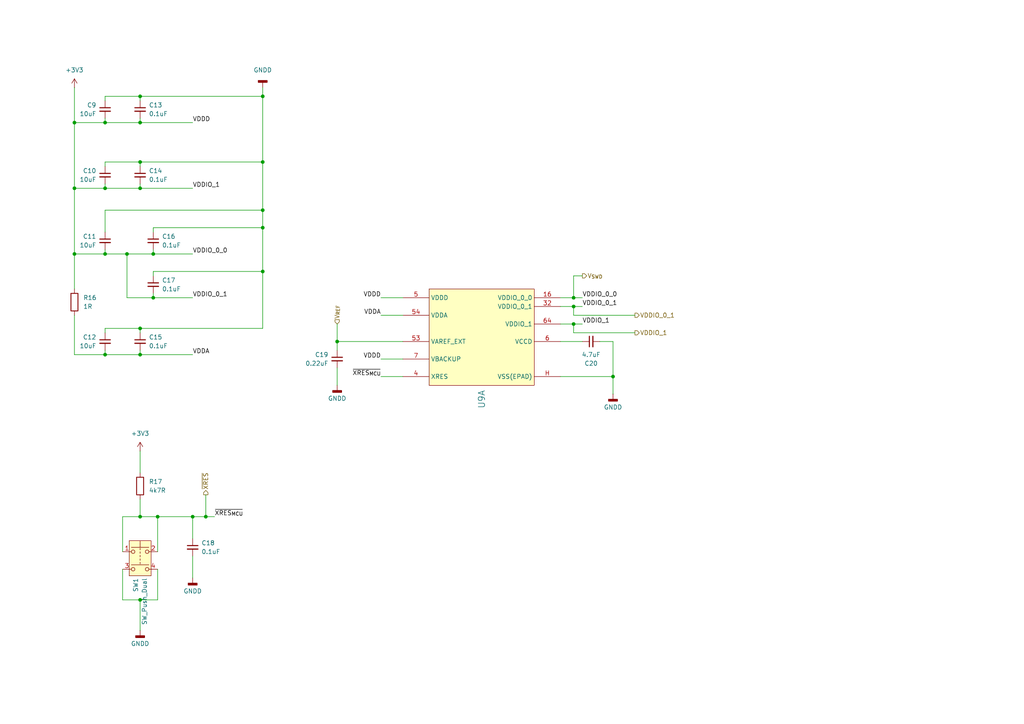
<source format=kicad_sch>
(kicad_sch
	(version 20250114)
	(generator "eeschema")
	(generator_version "9.0")
	(uuid "726e318f-d80d-4a69-8dc6-aa9c4b652c7d")
	(paper "A4")
	(title_block
		(title "MCU Power Delivery")
		(date "2025-04-24")
		(rev "0.2.1")
		(company "Cezar-Octavian Bontaș")
	)
	(lib_symbols
		(symbol "Device:C_Small"
			(pin_numbers
				(hide yes)
			)
			(pin_names
				(offset 0.254)
				(hide yes)
			)
			(exclude_from_sim no)
			(in_bom yes)
			(on_board yes)
			(property "Reference" "C"
				(at 0.254 1.778 0)
				(effects
					(font
						(size 1.27 1.27)
					)
					(justify left)
				)
			)
			(property "Value" "C_Small"
				(at 0.254 -2.032 0)
				(effects
					(font
						(size 1.27 1.27)
					)
					(justify left)
				)
			)
			(property "Footprint" ""
				(at 0 0 0)
				(effects
					(font
						(size 1.27 1.27)
					)
					(hide yes)
				)
			)
			(property "Datasheet" "~"
				(at 0 0 0)
				(effects
					(font
						(size 1.27 1.27)
					)
					(hide yes)
				)
			)
			(property "Description" "Unpolarized capacitor, small symbol"
				(at 0 0 0)
				(effects
					(font
						(size 1.27 1.27)
					)
					(hide yes)
				)
			)
			(property "ki_keywords" "capacitor cap"
				(at 0 0 0)
				(effects
					(font
						(size 1.27 1.27)
					)
					(hide yes)
				)
			)
			(property "ki_fp_filters" "C_*"
				(at 0 0 0)
				(effects
					(font
						(size 1.27 1.27)
					)
					(hide yes)
				)
			)
			(symbol "C_Small_0_1"
				(polyline
					(pts
						(xy -1.524 0.508) (xy 1.524 0.508)
					)
					(stroke
						(width 0.3048)
						(type default)
					)
					(fill
						(type none)
					)
				)
				(polyline
					(pts
						(xy -1.524 -0.508) (xy 1.524 -0.508)
					)
					(stroke
						(width 0.3302)
						(type default)
					)
					(fill
						(type none)
					)
				)
			)
			(symbol "C_Small_1_1"
				(pin passive line
					(at 0 2.54 270)
					(length 2.032)
					(name "~"
						(effects
							(font
								(size 1.27 1.27)
							)
						)
					)
					(number "1"
						(effects
							(font
								(size 1.27 1.27)
							)
						)
					)
				)
				(pin passive line
					(at 0 -2.54 90)
					(length 2.032)
					(name "~"
						(effects
							(font
								(size 1.27 1.27)
							)
						)
					)
					(number "2"
						(effects
							(font
								(size 1.27 1.27)
							)
						)
					)
				)
			)
			(embedded_fonts no)
		)
		(symbol "Device:R"
			(pin_numbers
				(hide yes)
			)
			(pin_names
				(offset 0)
			)
			(exclude_from_sim no)
			(in_bom yes)
			(on_board yes)
			(property "Reference" "R"
				(at 2.032 0 90)
				(effects
					(font
						(size 1.27 1.27)
					)
				)
			)
			(property "Value" "R"
				(at 0 0 90)
				(effects
					(font
						(size 1.27 1.27)
					)
				)
			)
			(property "Footprint" ""
				(at -1.778 0 90)
				(effects
					(font
						(size 1.27 1.27)
					)
					(hide yes)
				)
			)
			(property "Datasheet" "~"
				(at 0 0 0)
				(effects
					(font
						(size 1.27 1.27)
					)
					(hide yes)
				)
			)
			(property "Description" "Resistor"
				(at 0 0 0)
				(effects
					(font
						(size 1.27 1.27)
					)
					(hide yes)
				)
			)
			(property "ki_keywords" "R res resistor"
				(at 0 0 0)
				(effects
					(font
						(size 1.27 1.27)
					)
					(hide yes)
				)
			)
			(property "ki_fp_filters" "R_*"
				(at 0 0 0)
				(effects
					(font
						(size 1.27 1.27)
					)
					(hide yes)
				)
			)
			(symbol "R_0_1"
				(rectangle
					(start -1.016 -2.54)
					(end 1.016 2.54)
					(stroke
						(width 0.254)
						(type default)
					)
					(fill
						(type none)
					)
				)
			)
			(symbol "R_1_1"
				(pin passive line
					(at 0 3.81 270)
					(length 1.27)
					(name "~"
						(effects
							(font
								(size 1.27 1.27)
							)
						)
					)
					(number "1"
						(effects
							(font
								(size 1.27 1.27)
							)
						)
					)
				)
				(pin passive line
					(at 0 -3.81 90)
					(length 1.27)
					(name "~"
						(effects
							(font
								(size 1.27 1.27)
							)
						)
					)
					(number "2"
						(effects
							(font
								(size 1.27 1.27)
							)
						)
					)
				)
			)
			(embedded_fonts no)
		)
		(symbol "PSC3M5_E-LQFP-64:PSC3M5_E-LQFP-64"
			(exclude_from_sim no)
			(in_bom yes)
			(on_board yes)
			(property "Reference" "U"
				(at 1.27 0 0)
				(effects
					(font
						(size 1.8288 1.8288)
					)
				)
			)
			(property "Value" "PSC3M5_E-LQFP-64"
				(at 0 -92.202 0)
				(effects
					(font
						(size 1.8288 1.8288)
					)
					(justify left bottom)
					(hide yes)
				)
			)
			(property "Footprint" ""
				(at 0 0 0)
				(effects
					(font
						(size 1.27 1.27)
					)
					(hide yes)
				)
			)
			(property "Datasheet" ""
				(at 0 0 0)
				(effects
					(font
						(size 1.27 1.27)
					)
					(hide yes)
				)
			)
			(property "Description" ""
				(at 0 0 0)
				(effects
					(font
						(size 1.27 1.27)
					)
					(hide yes)
				)
			)
			(property "SWAP_INFO" "(S1+S2)"
				(at 0 0 0)
				(effects
					(font
						(size 1.8288 1.8288)
					)
					(justify left bottom)
					(hide yes)
				)
			)
			(property "SPLIT_INST" "TRUE"
				(at 0 0 0)
				(effects
					(font
						(size 1.8288 1.8288)
					)
					(justify left bottom)
					(hide yes)
				)
			)
			(symbol "PSC3M5_E-LQFP-64_1_0"
				(rectangle
					(start 30.48 0)
					(end 0 -27.94)
					(stroke
						(width 0)
						(type solid)
						(color 128 0 0 1)
					)
					(fill
						(type background)
					)
				)
				(pin power_in line
					(at -7.62 -2.54 0)
					(length 7.62)
					(name "VDDD"
						(effects
							(font
								(size 1.27 1.27)
							)
						)
					)
					(number "5"
						(effects
							(font
								(size 1.27 1.27)
							)
						)
					)
				)
				(pin power_in line
					(at -7.62 -7.62 0)
					(length 7.62)
					(name "VDDA"
						(effects
							(font
								(size 1.27 1.27)
							)
						)
					)
					(number "54"
						(effects
							(font
								(size 1.27 1.27)
							)
						)
					)
				)
				(pin power_in line
					(at -7.62 -15.24 0)
					(length 7.62)
					(name "VAREF_EXT"
						(effects
							(font
								(size 1.27 1.27)
							)
						)
					)
					(number "53"
						(effects
							(font
								(size 1.27 1.27)
							)
						)
					)
				)
				(pin power_in line
					(at -7.62 -20.32 0)
					(length 7.62)
					(name "VBACKUP"
						(effects
							(font
								(size 1.27 1.27)
							)
						)
					)
					(number "7"
						(effects
							(font
								(size 1.27 1.27)
							)
						)
					)
				)
				(pin input line
					(at -7.62 -25.4 0)
					(length 7.62)
					(name "XRES"
						(effects
							(font
								(size 1.27 1.27)
							)
						)
					)
					(number "4"
						(effects
							(font
								(size 1.27 1.27)
							)
						)
					)
				)
				(pin power_in line
					(at 38.1 -2.54 180)
					(length 7.62)
					(name "VDDIO_0_0"
						(effects
							(font
								(size 1.27 1.27)
							)
						)
					)
					(number "16"
						(effects
							(font
								(size 1.27 1.27)
							)
						)
					)
				)
				(pin power_in line
					(at 38.1 -5.08 180)
					(length 7.62)
					(name "VDDIO_0_1"
						(effects
							(font
								(size 1.27 1.27)
							)
						)
					)
					(number "32"
						(effects
							(font
								(size 1.27 1.27)
							)
						)
					)
				)
				(pin power_in line
					(at 38.1 -10.16 180)
					(length 7.62)
					(name "VDDIO_1"
						(effects
							(font
								(size 1.27 1.27)
							)
						)
					)
					(number "64"
						(effects
							(font
								(size 1.27 1.27)
							)
						)
					)
				)
				(pin power_in line
					(at 38.1 -15.24 180)
					(length 7.62)
					(name "VCCD"
						(effects
							(font
								(size 1.27 1.27)
							)
						)
					)
					(number "6"
						(effects
							(font
								(size 1.27 1.27)
							)
						)
					)
				)
				(pin power_in line
					(at 38.1 -25.4 180)
					(length 7.62)
					(name "VSS(EPAD)"
						(effects
							(font
								(size 1.27 1.27)
							)
						)
					)
					(number "H"
						(effects
							(font
								(size 1.27 1.27)
							)
						)
					)
				)
			)
			(symbol "PSC3M5_E-LQFP-64_2_0"
				(rectangle
					(start 25.4 0)
					(end 0 -88.9)
					(stroke
						(width 0)
						(type solid)
						(color 128 0 0 1)
					)
					(fill
						(type background)
					)
				)
				(pin power_in line
					(at -7.62 -2.54 0)
					(length 7.62)
					(name "AN_A0"
						(effects
							(font
								(size 1.27 1.27)
							)
						)
					)
					(number "41"
						(effects
							(font
								(size 1.27 1.27)
							)
						)
					)
				)
				(pin power_in line
					(at -7.62 -5.08 0)
					(length 7.62)
					(name "AN_A1"
						(effects
							(font
								(size 1.27 1.27)
							)
						)
					)
					(number "42"
						(effects
							(font
								(size 1.27 1.27)
							)
						)
					)
				)
				(pin power_in line
					(at -7.62 -7.62 0)
					(length 7.62)
					(name "AN_A2"
						(effects
							(font
								(size 1.27 1.27)
							)
						)
					)
					(number "43"
						(effects
							(font
								(size 1.27 1.27)
							)
						)
					)
				)
				(pin power_in line
					(at -7.62 -10.16 0)
					(length 7.62)
					(name "AN_A3"
						(effects
							(font
								(size 1.27 1.27)
							)
						)
					)
					(number "44"
						(effects
							(font
								(size 1.27 1.27)
							)
						)
					)
				)
				(pin power_in line
					(at -7.62 -12.7 0)
					(length 7.62)
					(name "AN_A4"
						(effects
							(font
								(size 1.27 1.27)
							)
						)
					)
					(number "45"
						(effects
							(font
								(size 1.27 1.27)
							)
						)
					)
				)
				(pin power_in line
					(at -7.62 -15.24 0)
					(length 7.62)
					(name "AN_A5"
						(effects
							(font
								(size 1.27 1.27)
							)
						)
					)
					(number "46"
						(effects
							(font
								(size 1.27 1.27)
							)
						)
					)
				)
				(pin power_in line
					(at -7.62 -17.78 0)
					(length 7.62)
					(name "AN_A6"
						(effects
							(font
								(size 1.27 1.27)
							)
						)
					)
					(number "47"
						(effects
							(font
								(size 1.27 1.27)
							)
						)
					)
				)
				(pin power_in line
					(at -7.62 -20.32 0)
					(length 7.62)
					(name "AN_A7"
						(effects
							(font
								(size 1.27 1.27)
							)
						)
					)
					(number "48"
						(effects
							(font
								(size 1.27 1.27)
							)
						)
					)
				)
				(pin power_in line
					(at -7.62 -25.4 0)
					(length 7.62)
					(name "AN_B0"
						(effects
							(font
								(size 1.27 1.27)
							)
						)
					)
					(number "49"
						(effects
							(font
								(size 1.27 1.27)
							)
						)
					)
				)
				(pin power_in line
					(at -7.62 -27.94 0)
					(length 7.62)
					(name "AN_B1"
						(effects
							(font
								(size 1.27 1.27)
							)
						)
					)
					(number "50"
						(effects
							(font
								(size 1.27 1.27)
							)
						)
					)
				)
				(pin power_in line
					(at -7.62 -30.48 0)
					(length 7.62)
					(name "AN_B2"
						(effects
							(font
								(size 1.27 1.27)
							)
						)
					)
					(number "51"
						(effects
							(font
								(size 1.27 1.27)
							)
						)
					)
				)
				(pin power_in line
					(at -7.62 -33.02 0)
					(length 7.62)
					(name "AN_B3"
						(effects
							(font
								(size 1.27 1.27)
							)
						)
					)
					(number "52"
						(effects
							(font
								(size 1.27 1.27)
							)
						)
					)
				)
				(pin power_in line
					(at -7.62 -35.56 0)
					(length 7.62)
					(name "AN_B4"
						(effects
							(font
								(size 1.27 1.27)
							)
						)
					)
					(number "55"
						(effects
							(font
								(size 1.27 1.27)
							)
						)
					)
				)
				(pin power_in line
					(at -7.62 -38.1 0)
					(length 7.62)
					(name "AN_B5"
						(effects
							(font
								(size 1.27 1.27)
							)
						)
					)
					(number "56"
						(effects
							(font
								(size 1.27 1.27)
							)
						)
					)
				)
				(pin power_in line
					(at -7.62 -40.64 0)
					(length 7.62)
					(name "AN_B6"
						(effects
							(font
								(size 1.27 1.27)
							)
						)
					)
					(number "57"
						(effects
							(font
								(size 1.27 1.27)
							)
						)
					)
				)
				(pin power_in line
					(at -7.62 -43.18 0)
					(length 7.62)
					(name "AN_B7"
						(effects
							(font
								(size 1.27 1.27)
							)
						)
					)
					(number "58"
						(effects
							(font
								(size 1.27 1.27)
							)
						)
					)
				)
				(pin bidirectional line
					(at -7.62 -48.26 0)
					(length 7.62)
					(name "P0.0"
						(effects
							(font
								(size 1.27 1.27)
							)
						)
					)
					(number "8"
						(effects
							(font
								(size 1.27 1.27)
							)
						)
					)
				)
				(pin bidirectional line
					(at -7.62 -50.8 0)
					(length 7.62)
					(name "P0.1"
						(effects
							(font
								(size 1.27 1.27)
							)
						)
					)
					(number "9"
						(effects
							(font
								(size 1.27 1.27)
							)
						)
					)
				)
				(pin bidirectional line
					(at -7.62 -55.88 0)
					(length 7.62)
					(name "P1.0"
						(effects
							(font
								(size 1.27 1.27)
							)
						)
					)
					(number "10"
						(effects
							(font
								(size 1.27 1.27)
							)
						)
					)
				)
				(pin bidirectional line
					(at -7.62 -58.42 0)
					(length 7.62)
					(name "P1.1"
						(effects
							(font
								(size 1.27 1.27)
							)
						)
					)
					(number "11"
						(effects
							(font
								(size 1.27 1.27)
							)
						)
					)
				)
				(pin bidirectional line
					(at -7.62 -60.96 0)
					(length 7.62)
					(name "P1.2"
						(effects
							(font
								(size 1.27 1.27)
							)
						)
					)
					(number "12"
						(effects
							(font
								(size 1.27 1.27)
							)
						)
					)
				)
				(pin bidirectional line
					(at -7.62 -63.5 0)
					(length 7.62)
					(name "P1.3"
						(effects
							(font
								(size 1.27 1.27)
							)
						)
					)
					(number "13"
						(effects
							(font
								(size 1.27 1.27)
							)
						)
					)
				)
				(pin bidirectional line
					(at -7.62 -68.58 0)
					(length 7.62)
					(name "P2.0"
						(effects
							(font
								(size 1.27 1.27)
							)
						)
					)
					(number "14"
						(effects
							(font
								(size 1.27 1.27)
							)
						)
					)
				)
				(pin bidirectional line
					(at -7.62 -71.12 0)
					(length 7.62)
					(name "P2.1"
						(effects
							(font
								(size 1.27 1.27)
							)
						)
					)
					(number "15"
						(effects
							(font
								(size 1.27 1.27)
							)
						)
					)
				)
				(pin bidirectional line
					(at -7.62 -73.66 0)
					(length 7.62)
					(name "P2.2"
						(effects
							(font
								(size 1.27 1.27)
							)
						)
					)
					(number "17"
						(effects
							(font
								(size 1.27 1.27)
							)
						)
					)
				)
				(pin bidirectional line
					(at -7.62 -76.2 0)
					(length 7.62)
					(name "P2.3"
						(effects
							(font
								(size 1.27 1.27)
							)
						)
					)
					(number "18"
						(effects
							(font
								(size 1.27 1.27)
							)
						)
					)
				)
				(pin bidirectional line
					(at 33.02 -2.54 180)
					(length 7.62)
					(name "P4.0"
						(effects
							(font
								(size 1.27 1.27)
							)
						)
					)
					(number "19"
						(effects
							(font
								(size 1.27 1.27)
							)
						)
					)
				)
				(pin bidirectional line
					(at 33.02 -5.08 180)
					(length 7.62)
					(name "P4.1"
						(effects
							(font
								(size 1.27 1.27)
							)
						)
					)
					(number "20"
						(effects
							(font
								(size 1.27 1.27)
							)
						)
					)
				)
				(pin bidirectional line
					(at 33.02 -7.62 180)
					(length 7.62)
					(name "P4.2"
						(effects
							(font
								(size 1.27 1.27)
							)
						)
					)
					(number "21"
						(effects
							(font
								(size 1.27 1.27)
							)
						)
					)
				)
				(pin bidirectional line
					(at 33.02 -10.16 180)
					(length 7.62)
					(name "P4.3"
						(effects
							(font
								(size 1.27 1.27)
							)
						)
					)
					(number "22"
						(effects
							(font
								(size 1.27 1.27)
							)
						)
					)
				)
				(pin bidirectional line
					(at 33.02 -12.7 180)
					(length 7.62)
					(name "P4.4"
						(effects
							(font
								(size 1.27 1.27)
							)
						)
					)
					(number "23"
						(effects
							(font
								(size 1.27 1.27)
							)
						)
					)
				)
				(pin bidirectional line
					(at 33.02 -15.24 180)
					(length 7.62)
					(name "P4.5"
						(effects
							(font
								(size 1.27 1.27)
							)
						)
					)
					(number "24"
						(effects
							(font
								(size 1.27 1.27)
							)
						)
					)
				)
				(pin bidirectional line
					(at 33.02 -17.78 180)
					(length 7.62)
					(name "P4.6"
						(effects
							(font
								(size 1.27 1.27)
							)
						)
					)
					(number "25"
						(effects
							(font
								(size 1.27 1.27)
							)
						)
					)
				)
				(pin bidirectional line
					(at 33.02 -20.32 180)
					(length 7.62)
					(name "P4.7"
						(effects
							(font
								(size 1.27 1.27)
							)
						)
					)
					(number "26"
						(effects
							(font
								(size 1.27 1.27)
							)
						)
					)
				)
				(pin bidirectional line
					(at 33.02 -25.4 180)
					(length 7.62)
					(name "P5.0"
						(effects
							(font
								(size 1.27 1.27)
							)
						)
					)
					(number "27"
						(effects
							(font
								(size 1.27 1.27)
							)
						)
					)
				)
				(pin bidirectional line
					(at 33.02 -27.94 180)
					(length 7.62)
					(name "P5.1"
						(effects
							(font
								(size 1.27 1.27)
							)
						)
					)
					(number "28"
						(effects
							(font
								(size 1.27 1.27)
							)
						)
					)
				)
				(pin bidirectional line
					(at 33.02 -30.48 180)
					(length 7.62)
					(name "P5.2"
						(effects
							(font
								(size 1.27 1.27)
							)
						)
					)
					(number "29"
						(effects
							(font
								(size 1.27 1.27)
							)
						)
					)
				)
				(pin bidirectional line
					(at 33.02 -33.02 180)
					(length 7.62)
					(name "P5.3"
						(effects
							(font
								(size 1.27 1.27)
							)
						)
					)
					(number "30"
						(effects
							(font
								(size 1.27 1.27)
							)
						)
					)
				)
				(pin bidirectional line
					(at 33.02 -38.1 180)
					(length 7.62)
					(name "P6.0"
						(effects
							(font
								(size 1.27 1.27)
							)
						)
					)
					(number "31"
						(effects
							(font
								(size 1.27 1.27)
							)
						)
					)
				)
				(pin bidirectional line
					(at 33.02 -40.64 180)
					(length 7.62)
					(name "P6.1"
						(effects
							(font
								(size 1.27 1.27)
							)
						)
					)
					(number "33"
						(effects
							(font
								(size 1.27 1.27)
							)
						)
					)
				)
				(pin bidirectional line
					(at 33.02 -43.18 180)
					(length 7.62)
					(name "P6.2"
						(effects
							(font
								(size 1.27 1.27)
							)
						)
					)
					(number "34"
						(effects
							(font
								(size 1.27 1.27)
							)
						)
					)
				)
				(pin bidirectional line
					(at 33.02 -45.72 180)
					(length 7.62)
					(name "P6.3"
						(effects
							(font
								(size 1.27 1.27)
							)
						)
					)
					(number "35"
						(effects
							(font
								(size 1.27 1.27)
							)
						)
					)
				)
				(pin bidirectional line
					(at 33.02 -50.8 180)
					(length 7.62)
					(name "P7.0"
						(effects
							(font
								(size 1.27 1.27)
							)
						)
					)
					(number "36"
						(effects
							(font
								(size 1.27 1.27)
							)
						)
					)
				)
				(pin bidirectional line
					(at 33.02 -53.34 180)
					(length 7.62)
					(name "P7.1"
						(effects
							(font
								(size 1.27 1.27)
							)
						)
					)
					(number "37"
						(effects
							(font
								(size 1.27 1.27)
							)
						)
					)
				)
				(pin bidirectional line
					(at 33.02 -55.88 180)
					(length 7.62)
					(name "P7.2"
						(effects
							(font
								(size 1.27 1.27)
							)
						)
					)
					(number "38"
						(effects
							(font
								(size 1.27 1.27)
							)
						)
					)
				)
				(pin bidirectional line
					(at 33.02 -58.42 180)
					(length 7.62)
					(name "P7.3"
						(effects
							(font
								(size 1.27 1.27)
							)
						)
					)
					(number "39"
						(effects
							(font
								(size 1.27 1.27)
							)
						)
					)
				)
				(pin bidirectional line
					(at 33.02 -60.96 180)
					(length 7.62)
					(name "P7.4"
						(effects
							(font
								(size 1.27 1.27)
							)
						)
					)
					(number "40"
						(effects
							(font
								(size 1.27 1.27)
							)
						)
					)
				)
				(pin bidirectional line
					(at 33.02 -66.04 180)
					(length 7.62)
					(name "P8.0"
						(effects
							(font
								(size 1.27 1.27)
							)
						)
					)
					(number "59"
						(effects
							(font
								(size 1.27 1.27)
							)
						)
					)
				)
				(pin bidirectional line
					(at 33.02 -68.58 180)
					(length 7.62)
					(name "P8.1"
						(effects
							(font
								(size 1.27 1.27)
							)
						)
					)
					(number "60"
						(effects
							(font
								(size 1.27 1.27)
							)
						)
					)
				)
				(pin bidirectional line
					(at 33.02 -71.12 180)
					(length 7.62)
					(name "P8.2"
						(effects
							(font
								(size 1.27 1.27)
							)
						)
					)
					(number "61"
						(effects
							(font
								(size 1.27 1.27)
							)
						)
					)
				)
				(pin bidirectional line
					(at 33.02 -73.66 180)
					(length 7.62)
					(name "P8.3"
						(effects
							(font
								(size 1.27 1.27)
							)
						)
					)
					(number "62"
						(effects
							(font
								(size 1.27 1.27)
							)
						)
					)
				)
				(pin bidirectional line
					(at 33.02 -78.74 180)
					(length 7.62)
					(name "P9.0"
						(effects
							(font
								(size 1.27 1.27)
							)
						)
					)
					(number "63"
						(effects
							(font
								(size 1.27 1.27)
							)
						)
					)
				)
				(pin bidirectional line
					(at 33.02 -81.28 180)
					(length 7.62)
					(name "P9.1"
						(effects
							(font
								(size 1.27 1.27)
							)
						)
					)
					(number "1"
						(effects
							(font
								(size 1.27 1.27)
							)
						)
					)
				)
				(pin bidirectional line
					(at 33.02 -83.82 180)
					(length 7.62)
					(name "P9.2"
						(effects
							(font
								(size 1.27 1.27)
							)
						)
					)
					(number "2"
						(effects
							(font
								(size 1.27 1.27)
							)
						)
					)
				)
				(pin bidirectional line
					(at 33.02 -86.36 180)
					(length 7.62)
					(name "P9.3"
						(effects
							(font
								(size 1.27 1.27)
							)
						)
					)
					(number "3"
						(effects
							(font
								(size 1.27 1.27)
							)
						)
					)
				)
			)
			(embedded_fonts no)
		)
		(symbol "Switch:SW_Push_Dual"
			(pin_names
				(offset 1.016)
				(hide yes)
			)
			(exclude_from_sim no)
			(in_bom yes)
			(on_board yes)
			(property "Reference" "SW"
				(at 0 7.62 0)
				(effects
					(font
						(size 1.27 1.27)
					)
				)
			)
			(property "Value" "SW_Push_Dual"
				(at 0 -6.35 0)
				(effects
					(font
						(size 1.27 1.27)
					)
				)
			)
			(property "Footprint" ""
				(at 0 7.62 0)
				(effects
					(font
						(size 1.27 1.27)
					)
					(hide yes)
				)
			)
			(property "Datasheet" "~"
				(at 0 0 0)
				(effects
					(font
						(size 1.27 1.27)
					)
					(hide yes)
				)
			)
			(property "Description" "Push button switch, generic, symbol, four pins"
				(at 0 0 0)
				(effects
					(font
						(size 1.27 1.27)
					)
					(hide yes)
				)
			)
			(property "ki_keywords" "switch normally-open pushbutton push-button"
				(at 0 0 0)
				(effects
					(font
						(size 1.27 1.27)
					)
					(hide yes)
				)
			)
			(symbol "SW_Push_Dual_0_1"
				(circle
					(center -2.032 2.54)
					(radius 0.508)
					(stroke
						(width 0)
						(type default)
					)
					(fill
						(type none)
					)
				)
				(circle
					(center -2.032 -2.54)
					(radius 0.508)
					(stroke
						(width 0)
						(type default)
					)
					(fill
						(type none)
					)
				)
				(polyline
					(pts
						(xy 0 3.81) (xy 0 5.588)
					)
					(stroke
						(width 0)
						(type default)
					)
					(fill
						(type none)
					)
				)
				(polyline
					(pts
						(xy 0 3.048) (xy 0 3.556)
					)
					(stroke
						(width 0)
						(type default)
					)
					(fill
						(type none)
					)
				)
				(polyline
					(pts
						(xy 0 2.032) (xy 0 2.54)
					)
					(stroke
						(width 0)
						(type default)
					)
					(fill
						(type none)
					)
				)
				(polyline
					(pts
						(xy 0 1.016) (xy 0 1.524)
					)
					(stroke
						(width 0)
						(type default)
					)
					(fill
						(type none)
					)
				)
				(polyline
					(pts
						(xy 0 0.508) (xy 0 0)
					)
					(stroke
						(width 0)
						(type default)
					)
					(fill
						(type none)
					)
				)
				(polyline
					(pts
						(xy 0 -0.508) (xy 0 -1.016)
					)
					(stroke
						(width 0)
						(type default)
					)
					(fill
						(type none)
					)
				)
				(circle
					(center 2.032 2.54)
					(radius 0.508)
					(stroke
						(width 0)
						(type default)
					)
					(fill
						(type none)
					)
				)
				(circle
					(center 2.032 -2.54)
					(radius 0.508)
					(stroke
						(width 0)
						(type default)
					)
					(fill
						(type none)
					)
				)
				(polyline
					(pts
						(xy 2.54 3.81) (xy -2.54 3.81)
					)
					(stroke
						(width 0)
						(type default)
					)
					(fill
						(type none)
					)
				)
				(polyline
					(pts
						(xy 2.54 -1.27) (xy -2.54 -1.27)
					)
					(stroke
						(width 0)
						(type default)
					)
					(fill
						(type none)
					)
				)
				(pin passive line
					(at -5.08 2.54 0)
					(length 2.54)
					(name "1"
						(effects
							(font
								(size 1.27 1.27)
							)
						)
					)
					(number "1"
						(effects
							(font
								(size 1.27 1.27)
							)
						)
					)
				)
				(pin passive line
					(at -5.08 -2.54 0)
					(length 2.54)
					(name "3"
						(effects
							(font
								(size 1.27 1.27)
							)
						)
					)
					(number "3"
						(effects
							(font
								(size 1.27 1.27)
							)
						)
					)
				)
				(pin passive line
					(at 5.08 2.54 180)
					(length 2.54)
					(name "2"
						(effects
							(font
								(size 1.27 1.27)
							)
						)
					)
					(number "2"
						(effects
							(font
								(size 1.27 1.27)
							)
						)
					)
				)
				(pin passive line
					(at 5.08 -2.54 180)
					(length 2.54)
					(name "4"
						(effects
							(font
								(size 1.27 1.27)
							)
						)
					)
					(number "4"
						(effects
							(font
								(size 1.27 1.27)
							)
						)
					)
				)
			)
			(symbol "SW_Push_Dual_1_1"
				(rectangle
					(start -3.175 5.715)
					(end 3.175 -4.445)
					(stroke
						(width 0)
						(type default)
					)
					(fill
						(type background)
					)
				)
			)
			(embedded_fonts no)
		)
		(symbol "power:+3V3"
			(power)
			(pin_numbers
				(hide yes)
			)
			(pin_names
				(offset 0)
				(hide yes)
			)
			(exclude_from_sim no)
			(in_bom yes)
			(on_board yes)
			(property "Reference" "#PWR"
				(at 0 -3.81 0)
				(effects
					(font
						(size 1.27 1.27)
					)
					(hide yes)
				)
			)
			(property "Value" "+3V3"
				(at 0 3.556 0)
				(effects
					(font
						(size 1.27 1.27)
					)
				)
			)
			(property "Footprint" ""
				(at 0 0 0)
				(effects
					(font
						(size 1.27 1.27)
					)
					(hide yes)
				)
			)
			(property "Datasheet" ""
				(at 0 0 0)
				(effects
					(font
						(size 1.27 1.27)
					)
					(hide yes)
				)
			)
			(property "Description" "Power symbol creates a global label with name \"+3V3\""
				(at 0 0 0)
				(effects
					(font
						(size 1.27 1.27)
					)
					(hide yes)
				)
			)
			(property "ki_keywords" "global power"
				(at 0 0 0)
				(effects
					(font
						(size 1.27 1.27)
					)
					(hide yes)
				)
			)
			(symbol "+3V3_0_1"
				(polyline
					(pts
						(xy -0.762 1.27) (xy 0 2.54)
					)
					(stroke
						(width 0)
						(type default)
					)
					(fill
						(type none)
					)
				)
				(polyline
					(pts
						(xy 0 2.54) (xy 0.762 1.27)
					)
					(stroke
						(width 0)
						(type default)
					)
					(fill
						(type none)
					)
				)
				(polyline
					(pts
						(xy 0 0) (xy 0 2.54)
					)
					(stroke
						(width 0)
						(type default)
					)
					(fill
						(type none)
					)
				)
			)
			(symbol "+3V3_1_1"
				(pin power_in line
					(at 0 0 90)
					(length 0)
					(name "~"
						(effects
							(font
								(size 1.27 1.27)
							)
						)
					)
					(number "1"
						(effects
							(font
								(size 1.27 1.27)
							)
						)
					)
				)
			)
			(embedded_fonts no)
		)
		(symbol "power:GNDD"
			(power)
			(pin_numbers
				(hide yes)
			)
			(pin_names
				(offset 0)
				(hide yes)
			)
			(exclude_from_sim no)
			(in_bom yes)
			(on_board yes)
			(property "Reference" "#PWR"
				(at 0 -6.35 0)
				(effects
					(font
						(size 1.27 1.27)
					)
					(hide yes)
				)
			)
			(property "Value" "GNDD"
				(at 0 -3.175 0)
				(effects
					(font
						(size 1.27 1.27)
					)
				)
			)
			(property "Footprint" ""
				(at 0 0 0)
				(effects
					(font
						(size 1.27 1.27)
					)
					(hide yes)
				)
			)
			(property "Datasheet" ""
				(at 0 0 0)
				(effects
					(font
						(size 1.27 1.27)
					)
					(hide yes)
				)
			)
			(property "Description" "Power symbol creates a global label with name \"GNDD\" , digital ground"
				(at 0 0 0)
				(effects
					(font
						(size 1.27 1.27)
					)
					(hide yes)
				)
			)
			(property "ki_keywords" "global power"
				(at 0 0 0)
				(effects
					(font
						(size 1.27 1.27)
					)
					(hide yes)
				)
			)
			(symbol "GNDD_0_1"
				(rectangle
					(start -1.27 -1.524)
					(end 1.27 -2.032)
					(stroke
						(width 0.254)
						(type default)
					)
					(fill
						(type outline)
					)
				)
				(polyline
					(pts
						(xy 0 0) (xy 0 -1.524)
					)
					(stroke
						(width 0)
						(type default)
					)
					(fill
						(type none)
					)
				)
			)
			(symbol "GNDD_1_1"
				(pin power_in line
					(at 0 0 270)
					(length 0)
					(name "~"
						(effects
							(font
								(size 1.27 1.27)
							)
						)
					)
					(number "1"
						(effects
							(font
								(size 1.27 1.27)
							)
						)
					)
				)
			)
			(embedded_fonts no)
		)
	)
	(junction
		(at 59.69 149.86)
		(diameter 0)
		(color 0 0 0 0)
		(uuid "030b6244-45dc-4a0b-92bb-f687ea08077c")
	)
	(junction
		(at 30.48 102.87)
		(diameter 0)
		(color 0 0 0 0)
		(uuid "048c90f8-859a-44f1-b68d-589b40b9136b")
	)
	(junction
		(at 55.88 149.86)
		(diameter 0)
		(color 0 0 0 0)
		(uuid "1b1fd745-c2a4-4080-b431-4dca74d7059c")
	)
	(junction
		(at 76.2 27.94)
		(diameter 0)
		(color 0 0 0 0)
		(uuid "1bd5224f-915d-4200-a4c2-14a0f3e11bbf")
	)
	(junction
		(at 40.64 173.99)
		(diameter 0)
		(color 0 0 0 0)
		(uuid "3120c248-e9a8-4074-81cd-d7dea37c9871")
	)
	(junction
		(at 44.45 86.36)
		(diameter 0)
		(color 0 0 0 0)
		(uuid "3b7b6c20-44ff-4bd0-8a47-b4864ed50b9c")
	)
	(junction
		(at 40.64 95.25)
		(diameter 0)
		(color 0 0 0 0)
		(uuid "46540bad-1683-4ea0-8664-36ac13719d7a")
	)
	(junction
		(at 76.2 78.74)
		(diameter 0)
		(color 0 0 0 0)
		(uuid "488ba553-2144-486e-8b3d-148b0fce20b5")
	)
	(junction
		(at 76.2 46.99)
		(diameter 0)
		(color 0 0 0 0)
		(uuid "48d15540-3bb0-4648-9901-aa37411fafff")
	)
	(junction
		(at 166.37 88.9)
		(diameter 0)
		(color 0 0 0 0)
		(uuid "492bce39-7c50-44da-91c7-836ced31d3d4")
	)
	(junction
		(at 76.2 60.96)
		(diameter 0)
		(color 0 0 0 0)
		(uuid "53df81d7-d41a-46d4-a095-df6aefd36c6b")
	)
	(junction
		(at 21.59 54.61)
		(diameter 0)
		(color 0 0 0 0)
		(uuid "59c40706-677b-43c3-a9cf-1bf6729f0042")
	)
	(junction
		(at 45.72 149.86)
		(diameter 0)
		(color 0 0 0 0)
		(uuid "7af3a3b8-11d3-45cb-bbe1-5ac0e4a8b14e")
	)
	(junction
		(at 30.48 73.66)
		(diameter 0)
		(color 0 0 0 0)
		(uuid "80fa5ae8-cb5a-44ee-9bac-35cb9c202e8b")
	)
	(junction
		(at 40.64 54.61)
		(diameter 0)
		(color 0 0 0 0)
		(uuid "90083ec2-9334-4e46-ae2d-9170b11ccd24")
	)
	(junction
		(at 21.59 73.66)
		(diameter 0)
		(color 0 0 0 0)
		(uuid "968480b3-0929-4796-8215-c1ef597d6727")
	)
	(junction
		(at 40.64 46.99)
		(diameter 0)
		(color 0 0 0 0)
		(uuid "9c531425-1fb6-433a-aa3e-56eaaa3cac89")
	)
	(junction
		(at 40.64 35.56)
		(diameter 0)
		(color 0 0 0 0)
		(uuid "a496e086-bb21-4c3a-95ec-b891f3ea961f")
	)
	(junction
		(at 40.64 102.87)
		(diameter 0)
		(color 0 0 0 0)
		(uuid "a78f8337-d5ea-493f-a339-f05aa1f3666b")
	)
	(junction
		(at 40.64 27.94)
		(diameter 0)
		(color 0 0 0 0)
		(uuid "a84f1632-66a5-4bba-85b6-727df38f42a1")
	)
	(junction
		(at 36.83 73.66)
		(diameter 0)
		(color 0 0 0 0)
		(uuid "adc7b8fa-9b36-428f-8ce9-10d36fb99297")
	)
	(junction
		(at 177.8 109.22)
		(diameter 0)
		(color 0 0 0 0)
		(uuid "b02d58da-db17-4d07-bff5-b892221cfc49")
	)
	(junction
		(at 97.79 99.06)
		(diameter 0)
		(color 0 0 0 0)
		(uuid "bc06e5b0-5305-4866-8fbd-64d4fa50416b")
	)
	(junction
		(at 44.45 73.66)
		(diameter 0)
		(color 0 0 0 0)
		(uuid "bebd141a-acaa-42ee-b42c-fac75c625455")
	)
	(junction
		(at 40.64 149.86)
		(diameter 0)
		(color 0 0 0 0)
		(uuid "c72c7757-b55a-4ac0-9304-cfb49b20b07f")
	)
	(junction
		(at 166.37 86.36)
		(diameter 0)
		(color 0 0 0 0)
		(uuid "df773fc4-5b2a-460a-8961-ff9dadf39a6f")
	)
	(junction
		(at 30.48 54.61)
		(diameter 0)
		(color 0 0 0 0)
		(uuid "e0207157-de08-4a31-af16-678ad1f0fff0")
	)
	(junction
		(at 166.37 93.98)
		(diameter 0)
		(color 0 0 0 0)
		(uuid "e57929e7-9150-4539-8770-d7f188b60c8a")
	)
	(junction
		(at 30.48 35.56)
		(diameter 0)
		(color 0 0 0 0)
		(uuid "ef53b6c4-c731-4bd7-85ef-56102f931d28")
	)
	(junction
		(at 21.59 35.56)
		(diameter 0)
		(color 0 0 0 0)
		(uuid "efcae58d-59fa-4690-9b46-3511a0692321")
	)
	(junction
		(at 76.2 66.04)
		(diameter 0)
		(color 0 0 0 0)
		(uuid "f103780b-47c7-477d-8a82-6034762d5fef")
	)
	(wire
		(pts
			(xy 30.48 35.56) (xy 40.64 35.56)
		)
		(stroke
			(width 0)
			(type default)
		)
		(uuid "004b3a8b-00b1-4e7c-8757-6a81d2adb8ee")
	)
	(wire
		(pts
			(xy 55.88 149.86) (xy 59.69 149.86)
		)
		(stroke
			(width 0)
			(type default)
		)
		(uuid "01a403b3-a2ee-440a-aa60-a88eded8d991")
	)
	(wire
		(pts
			(xy 30.48 60.96) (xy 76.2 60.96)
		)
		(stroke
			(width 0)
			(type default)
		)
		(uuid "02a5d2d7-a9ce-4ce5-8a4b-d7bce8f18039")
	)
	(wire
		(pts
			(xy 44.45 80.01) (xy 44.45 78.74)
		)
		(stroke
			(width 0)
			(type default)
		)
		(uuid "02e4cf30-4fb8-41c8-8bee-91cca3e9a86e")
	)
	(wire
		(pts
			(xy 162.56 93.98) (xy 166.37 93.98)
		)
		(stroke
			(width 0)
			(type default)
		)
		(uuid "03c9b665-b4ad-45d9-a464-5aaee79ece86")
	)
	(wire
		(pts
			(xy 30.48 54.61) (xy 30.48 53.34)
		)
		(stroke
			(width 0)
			(type default)
		)
		(uuid "041b4274-e904-42fd-8142-6bd6b687347d")
	)
	(wire
		(pts
			(xy 166.37 96.52) (xy 184.15 96.52)
		)
		(stroke
			(width 0)
			(type default)
		)
		(uuid "0873b5af-f5ff-4d93-9ce1-88b473939e15")
	)
	(wire
		(pts
			(xy 166.37 93.98) (xy 166.37 96.52)
		)
		(stroke
			(width 0)
			(type default)
		)
		(uuid "0993d273-9265-41d5-a09d-385e942a9aaa")
	)
	(wire
		(pts
			(xy 40.64 102.87) (xy 40.64 101.6)
		)
		(stroke
			(width 0)
			(type default)
		)
		(uuid "0cd57884-b2c4-41b3-be71-e4f603056e42")
	)
	(wire
		(pts
			(xy 162.56 86.36) (xy 166.37 86.36)
		)
		(stroke
			(width 0)
			(type default)
		)
		(uuid "141b245b-4b2c-42be-83df-05d3e5ff4b62")
	)
	(wire
		(pts
			(xy 30.48 95.25) (xy 40.64 95.25)
		)
		(stroke
			(width 0)
			(type default)
		)
		(uuid "15e28fe7-cb74-4e25-a984-198ecdaf563e")
	)
	(wire
		(pts
			(xy 44.45 73.66) (xy 55.88 73.66)
		)
		(stroke
			(width 0)
			(type default)
		)
		(uuid "2463a323-2ec4-426e-a4ca-603fafa6ae53")
	)
	(wire
		(pts
			(xy 45.72 149.86) (xy 55.88 149.86)
		)
		(stroke
			(width 0)
			(type default)
		)
		(uuid "28b88267-a582-4a04-8b78-4ac9b807ddae")
	)
	(wire
		(pts
			(xy 30.48 67.31) (xy 30.48 60.96)
		)
		(stroke
			(width 0)
			(type default)
		)
		(uuid "305032ff-1a81-4da7-95a7-0bf11ac56af0")
	)
	(wire
		(pts
			(xy 44.45 85.09) (xy 44.45 86.36)
		)
		(stroke
			(width 0)
			(type default)
		)
		(uuid "30a796db-49af-468b-9d61-0099e379db66")
	)
	(wire
		(pts
			(xy 21.59 35.56) (xy 30.48 35.56)
		)
		(stroke
			(width 0)
			(type default)
		)
		(uuid "30cc8bd5-3e78-4905-abd9-92cee45ec30d")
	)
	(wire
		(pts
			(xy 177.8 109.22) (xy 177.8 114.3)
		)
		(stroke
			(width 0)
			(type default)
		)
		(uuid "3355ad6c-50fe-4d3b-b14e-b05b016467e7")
	)
	(wire
		(pts
			(xy 21.59 35.56) (xy 21.59 54.61)
		)
		(stroke
			(width 0)
			(type default)
		)
		(uuid "342f9534-1879-4899-b8e3-fe0c6d6aee12")
	)
	(wire
		(pts
			(xy 30.48 73.66) (xy 30.48 72.39)
		)
		(stroke
			(width 0)
			(type default)
		)
		(uuid "3605ee39-8d7b-48ae-8805-1dd5be85c85e")
	)
	(wire
		(pts
			(xy 40.64 29.21) (xy 40.64 27.94)
		)
		(stroke
			(width 0)
			(type default)
		)
		(uuid "360b19c8-b47d-4c6a-b5b5-d692348dc1f8")
	)
	(wire
		(pts
			(xy 166.37 91.44) (xy 184.15 91.44)
		)
		(stroke
			(width 0)
			(type default)
		)
		(uuid "37494bf7-2b14-4b63-b478-6fe453eecae2")
	)
	(wire
		(pts
			(xy 59.69 143.51) (xy 59.69 149.86)
		)
		(stroke
			(width 0)
			(type default)
		)
		(uuid "3c2930fc-b490-4a31-87ba-881df88ca483")
	)
	(wire
		(pts
			(xy 40.64 46.99) (xy 76.2 46.99)
		)
		(stroke
			(width 0)
			(type default)
		)
		(uuid "3f75f19b-c39b-49ef-8a4e-d62ad8dc75f4")
	)
	(wire
		(pts
			(xy 40.64 173.99) (xy 40.64 182.88)
		)
		(stroke
			(width 0)
			(type default)
		)
		(uuid "47c0b7d1-df66-4ec2-a2a7-35a6e9375f48")
	)
	(wire
		(pts
			(xy 30.48 34.29) (xy 30.48 35.56)
		)
		(stroke
			(width 0)
			(type default)
		)
		(uuid "47d05e44-3a8f-4d34-a686-018b2005577d")
	)
	(wire
		(pts
			(xy 45.72 149.86) (xy 45.72 160.02)
		)
		(stroke
			(width 0)
			(type default)
		)
		(uuid "4a05ef9f-a906-48f7-bd9c-1bbbfdcc7dc2")
	)
	(wire
		(pts
			(xy 30.48 96.52) (xy 30.48 95.25)
		)
		(stroke
			(width 0)
			(type default)
		)
		(uuid "4b97c81a-182c-484b-9257-6990234b16f6")
	)
	(wire
		(pts
			(xy 97.79 106.68) (xy 97.79 111.76)
		)
		(stroke
			(width 0)
			(type default)
		)
		(uuid "4c252877-e6e4-491d-8469-355e375c5b07")
	)
	(wire
		(pts
			(xy 30.48 102.87) (xy 30.48 101.6)
		)
		(stroke
			(width 0)
			(type default)
		)
		(uuid "4dbf1645-2b2a-4462-b0f4-5bf7ad4b4e08")
	)
	(wire
		(pts
			(xy 76.2 46.99) (xy 76.2 60.96)
		)
		(stroke
			(width 0)
			(type default)
		)
		(uuid "5591ac36-1167-4c2e-8135-c4f8e9e4405c")
	)
	(wire
		(pts
			(xy 40.64 35.56) (xy 55.88 35.56)
		)
		(stroke
			(width 0)
			(type default)
		)
		(uuid "5661e40f-c7cd-4df2-b139-3e8eeec5ac14")
	)
	(wire
		(pts
			(xy 35.56 165.1) (xy 35.56 173.99)
		)
		(stroke
			(width 0)
			(type default)
		)
		(uuid "57cb3cae-7acc-4c2c-a109-53c63bff65af")
	)
	(wire
		(pts
			(xy 30.48 102.87) (xy 40.64 102.87)
		)
		(stroke
			(width 0)
			(type default)
		)
		(uuid "5bbc0ce8-d39b-4682-9f99-f08709cfa31b")
	)
	(wire
		(pts
			(xy 166.37 80.01) (xy 166.37 86.36)
		)
		(stroke
			(width 0)
			(type default)
		)
		(uuid "5c4d1c33-a552-47a2-861b-8ebeb888e0ab")
	)
	(wire
		(pts
			(xy 40.64 173.99) (xy 45.72 173.99)
		)
		(stroke
			(width 0)
			(type default)
		)
		(uuid "5e0dbf77-521a-4935-946e-c30a1d26099d")
	)
	(wire
		(pts
			(xy 173.99 99.06) (xy 177.8 99.06)
		)
		(stroke
			(width 0)
			(type default)
		)
		(uuid "5efa6dc7-a48a-4090-90e1-2e8c51e74e5f")
	)
	(wire
		(pts
			(xy 40.64 95.25) (xy 76.2 95.25)
		)
		(stroke
			(width 0)
			(type default)
		)
		(uuid "610f5c34-6784-4f41-92a6-993967c067be")
	)
	(wire
		(pts
			(xy 44.45 72.39) (xy 44.45 73.66)
		)
		(stroke
			(width 0)
			(type default)
		)
		(uuid "61f55adb-8a80-4698-adaf-b067b3c9a093")
	)
	(wire
		(pts
			(xy 177.8 99.06) (xy 177.8 109.22)
		)
		(stroke
			(width 0)
			(type default)
		)
		(uuid "62a91f2d-2657-4387-859a-82a86ebde9cb")
	)
	(wire
		(pts
			(xy 36.83 73.66) (xy 44.45 73.66)
		)
		(stroke
			(width 0)
			(type default)
		)
		(uuid "640b5dee-1148-44ba-9ca2-4a910392015a")
	)
	(wire
		(pts
			(xy 40.64 27.94) (xy 76.2 27.94)
		)
		(stroke
			(width 0)
			(type default)
		)
		(uuid "6b0798f2-4667-44d8-b4c2-68fadb8b2b88")
	)
	(wire
		(pts
			(xy 35.56 149.86) (xy 35.56 160.02)
		)
		(stroke
			(width 0)
			(type default)
		)
		(uuid "6dd0ba9f-dcdc-4b1b-b0d3-dab61c09bd67")
	)
	(wire
		(pts
			(xy 21.59 102.87) (xy 30.48 102.87)
		)
		(stroke
			(width 0)
			(type default)
		)
		(uuid "6ed0aab1-3bbd-4679-bb57-6b2b6a9597f7")
	)
	(wire
		(pts
			(xy 40.64 102.87) (xy 55.88 102.87)
		)
		(stroke
			(width 0)
			(type default)
		)
		(uuid "70883f4f-1537-43d7-8242-d8d74e255a91")
	)
	(wire
		(pts
			(xy 44.45 78.74) (xy 76.2 78.74)
		)
		(stroke
			(width 0)
			(type default)
		)
		(uuid "7203a242-9bb4-4a58-b9d7-fab2aae95349")
	)
	(wire
		(pts
			(xy 40.64 144.78) (xy 40.64 149.86)
		)
		(stroke
			(width 0)
			(type default)
		)
		(uuid "723ef3ab-cb6b-4691-a6b0-2aef1ad006c1")
	)
	(wire
		(pts
			(xy 110.49 86.36) (xy 116.84 86.36)
		)
		(stroke
			(width 0)
			(type default)
		)
		(uuid "7478ae38-232d-465c-878b-8b86acce5d41")
	)
	(wire
		(pts
			(xy 97.79 101.6) (xy 97.79 99.06)
		)
		(stroke
			(width 0)
			(type default)
		)
		(uuid "7492d49d-329b-4abc-981a-2bd5bac75673")
	)
	(wire
		(pts
			(xy 30.48 27.94) (xy 40.64 27.94)
		)
		(stroke
			(width 0)
			(type default)
		)
		(uuid "79b3cb42-2a2a-4557-a5b3-c02fa75b005f")
	)
	(wire
		(pts
			(xy 44.45 86.36) (xy 55.88 86.36)
		)
		(stroke
			(width 0)
			(type default)
		)
		(uuid "7e204a9e-3bc5-4abb-a3dc-6e360c800ea0")
	)
	(wire
		(pts
			(xy 76.2 46.99) (xy 76.2 27.94)
		)
		(stroke
			(width 0)
			(type default)
		)
		(uuid "805c00fd-151d-4711-8978-be15be6920f5")
	)
	(wire
		(pts
			(xy 162.56 88.9) (xy 166.37 88.9)
		)
		(stroke
			(width 0)
			(type default)
		)
		(uuid "805d40f7-c44e-4adb-adb1-5cd89842f8f4")
	)
	(wire
		(pts
			(xy 40.64 130.81) (xy 40.64 137.16)
		)
		(stroke
			(width 0)
			(type default)
		)
		(uuid "80da2033-1b26-4152-b6de-cdd71d93abe5")
	)
	(wire
		(pts
			(xy 97.79 93.98) (xy 97.79 99.06)
		)
		(stroke
			(width 0)
			(type default)
		)
		(uuid "846c703f-5fc0-47bd-9be7-affaa8dd4748")
	)
	(wire
		(pts
			(xy 40.64 34.29) (xy 40.64 35.56)
		)
		(stroke
			(width 0)
			(type default)
		)
		(uuid "84a27a4a-2525-470d-b975-4df7e67ed222")
	)
	(wire
		(pts
			(xy 21.59 73.66) (xy 21.59 83.82)
		)
		(stroke
			(width 0)
			(type default)
		)
		(uuid "84a7113b-0134-4ca2-afa1-f8a8b689ea02")
	)
	(wire
		(pts
			(xy 30.48 46.99) (xy 40.64 46.99)
		)
		(stroke
			(width 0)
			(type default)
		)
		(uuid "86f5181b-00ee-492d-bb9b-d720ec3f6513")
	)
	(wire
		(pts
			(xy 166.37 88.9) (xy 168.91 88.9)
		)
		(stroke
			(width 0)
			(type default)
		)
		(uuid "8c28d963-1e12-4d54-8fb5-0f11736b8efe")
	)
	(wire
		(pts
			(xy 21.59 54.61) (xy 21.59 73.66)
		)
		(stroke
			(width 0)
			(type default)
		)
		(uuid "8cda2017-6f03-4394-969b-8b81a67530a5")
	)
	(wire
		(pts
			(xy 40.64 54.61) (xy 40.64 53.34)
		)
		(stroke
			(width 0)
			(type default)
		)
		(uuid "8d30be73-8552-4d44-adc2-eab378895612")
	)
	(wire
		(pts
			(xy 30.48 73.66) (xy 36.83 73.66)
		)
		(stroke
			(width 0)
			(type default)
		)
		(uuid "8f77751e-74f1-4b43-99ea-162e6ebac560")
	)
	(wire
		(pts
			(xy 30.48 29.21) (xy 30.48 27.94)
		)
		(stroke
			(width 0)
			(type default)
		)
		(uuid "940dc8e1-f50b-4786-95bf-619872d06f6d")
	)
	(wire
		(pts
			(xy 76.2 27.94) (xy 76.2 25.4)
		)
		(stroke
			(width 0)
			(type default)
		)
		(uuid "94f0d74b-7fef-4fff-a646-8c2841303672")
	)
	(wire
		(pts
			(xy 168.91 80.01) (xy 166.37 80.01)
		)
		(stroke
			(width 0)
			(type default)
		)
		(uuid "951139b0-f74a-4db3-bc3d-5a84b565229c")
	)
	(wire
		(pts
			(xy 76.2 95.25) (xy 76.2 78.74)
		)
		(stroke
			(width 0)
			(type default)
		)
		(uuid "99900047-5153-4cb3-a9ac-052c1775a9c9")
	)
	(wire
		(pts
			(xy 76.2 66.04) (xy 76.2 78.74)
		)
		(stroke
			(width 0)
			(type default)
		)
		(uuid "9a7313ce-d78e-4b68-9bda-33acd710f9c6")
	)
	(wire
		(pts
			(xy 40.64 54.61) (xy 55.88 54.61)
		)
		(stroke
			(width 0)
			(type default)
		)
		(uuid "9b55b4e3-4ef2-4438-b623-185c783b07b1")
	)
	(wire
		(pts
			(xy 21.59 54.61) (xy 30.48 54.61)
		)
		(stroke
			(width 0)
			(type default)
		)
		(uuid "9e160d0b-ab75-4e2c-87a1-ba3ce8088514")
	)
	(wire
		(pts
			(xy 55.88 149.86) (xy 55.88 156.21)
		)
		(stroke
			(width 0)
			(type default)
		)
		(uuid "9f42cf7f-351c-406a-aec7-954e3ae54ca4")
	)
	(wire
		(pts
			(xy 40.64 149.86) (xy 45.72 149.86)
		)
		(stroke
			(width 0)
			(type default)
		)
		(uuid "9fcce792-91c6-43d3-9e40-69dc89f23c69")
	)
	(wire
		(pts
			(xy 35.56 173.99) (xy 40.64 173.99)
		)
		(stroke
			(width 0)
			(type default)
		)
		(uuid "a05c2b54-4649-485f-9c98-74cf9fb1b392")
	)
	(wire
		(pts
			(xy 166.37 93.98) (xy 168.91 93.98)
		)
		(stroke
			(width 0)
			(type default)
		)
		(uuid "a287b096-5518-42a3-8587-e819c1326340")
	)
	(wire
		(pts
			(xy 44.45 67.31) (xy 44.45 66.04)
		)
		(stroke
			(width 0)
			(type default)
		)
		(uuid "a5d16e48-4d76-4443-9e33-bbf63e98aa92")
	)
	(wire
		(pts
			(xy 59.69 149.86) (xy 62.23 149.86)
		)
		(stroke
			(width 0)
			(type default)
		)
		(uuid "a6dac996-736c-468f-8b6b-9af68a2b6201")
	)
	(wire
		(pts
			(xy 40.64 48.26) (xy 40.64 46.99)
		)
		(stroke
			(width 0)
			(type default)
		)
		(uuid "a88320ae-471c-4354-baf0-8ffc430c4ba7")
	)
	(wire
		(pts
			(xy 166.37 88.9) (xy 166.37 91.44)
		)
		(stroke
			(width 0)
			(type default)
		)
		(uuid "b1751c69-f491-4cf2-a7fd-5d5d1507fb73")
	)
	(wire
		(pts
			(xy 21.59 25.4) (xy 21.59 35.56)
		)
		(stroke
			(width 0)
			(type default)
		)
		(uuid "b5a59476-0d67-4448-889b-da2ad03cf005")
	)
	(wire
		(pts
			(xy 36.83 86.36) (xy 44.45 86.36)
		)
		(stroke
			(width 0)
			(type default)
		)
		(uuid "b93f8a7c-7b1d-46c5-84d8-2bdf4755470f")
	)
	(wire
		(pts
			(xy 45.72 165.1) (xy 45.72 173.99)
		)
		(stroke
			(width 0)
			(type default)
		)
		(uuid "b974e17c-7dff-4541-9df4-5d85d7f88c5e")
	)
	(wire
		(pts
			(xy 21.59 91.44) (xy 21.59 102.87)
		)
		(stroke
			(width 0)
			(type default)
		)
		(uuid "ba34a446-7ae8-40f1-b563-2f9f0cf30dc3")
	)
	(wire
		(pts
			(xy 110.49 91.44) (xy 116.84 91.44)
		)
		(stroke
			(width 0)
			(type default)
		)
		(uuid "bb78be44-1991-45c8-a493-3e0b99e1effc")
	)
	(wire
		(pts
			(xy 40.64 96.52) (xy 40.64 95.25)
		)
		(stroke
			(width 0)
			(type default)
		)
		(uuid "bfdbf6db-0492-4c46-9407-268e2778cbc2")
	)
	(wire
		(pts
			(xy 166.37 86.36) (xy 168.91 86.36)
		)
		(stroke
			(width 0)
			(type default)
		)
		(uuid "c59942f3-eb6a-4c42-9105-de9afbef38e2")
	)
	(wire
		(pts
			(xy 110.49 104.14) (xy 116.84 104.14)
		)
		(stroke
			(width 0)
			(type default)
		)
		(uuid "c75ded93-0a7d-4eb6-b83e-f24f15b42819")
	)
	(wire
		(pts
			(xy 55.88 161.29) (xy 55.88 167.64)
		)
		(stroke
			(width 0)
			(type default)
		)
		(uuid "c87bb9c2-4862-4fbe-b621-ac4ce65b8be4")
	)
	(wire
		(pts
			(xy 76.2 60.96) (xy 76.2 66.04)
		)
		(stroke
			(width 0)
			(type default)
		)
		(uuid "c9ecb88c-9ffd-4d86-bd9a-7b6b1a0f04cf")
	)
	(wire
		(pts
			(xy 35.56 149.86) (xy 40.64 149.86)
		)
		(stroke
			(width 0)
			(type default)
		)
		(uuid "d1304b74-bb31-4009-b788-e38e87820e01")
	)
	(wire
		(pts
			(xy 162.56 109.22) (xy 177.8 109.22)
		)
		(stroke
			(width 0)
			(type default)
		)
		(uuid "e1987c50-42c1-45f1-945b-6322589e9758")
	)
	(wire
		(pts
			(xy 110.49 109.22) (xy 116.84 109.22)
		)
		(stroke
			(width 0)
			(type default)
		)
		(uuid "e5a1c0c2-7510-4df3-bcd1-48301d71731d")
	)
	(wire
		(pts
			(xy 30.48 54.61) (xy 40.64 54.61)
		)
		(stroke
			(width 0)
			(type default)
		)
		(uuid "e6845ed7-e83c-48cc-b7db-63b4adc96367")
	)
	(wire
		(pts
			(xy 97.79 99.06) (xy 116.84 99.06)
		)
		(stroke
			(width 0)
			(type default)
		)
		(uuid "e95c2232-c71c-465c-b98b-7785ece9ceed")
	)
	(wire
		(pts
			(xy 21.59 73.66) (xy 30.48 73.66)
		)
		(stroke
			(width 0)
			(type default)
		)
		(uuid "ecebd611-d3fa-4e83-b445-c9073146becd")
	)
	(wire
		(pts
			(xy 162.56 99.06) (xy 168.91 99.06)
		)
		(stroke
			(width 0)
			(type default)
		)
		(uuid "ee09daed-bcec-458c-8188-e13d6166c461")
	)
	(wire
		(pts
			(xy 44.45 66.04) (xy 76.2 66.04)
		)
		(stroke
			(width 0)
			(type default)
		)
		(uuid "ef649c42-3eb1-4fa4-bb87-ccb6d9172cce")
	)
	(wire
		(pts
			(xy 36.83 73.66) (xy 36.83 86.36)
		)
		(stroke
			(width 0)
			(type default)
		)
		(uuid "f0d9b0bf-74b6-44ae-b4a6-b2fb6c592aa0")
	)
	(wire
		(pts
			(xy 30.48 48.26) (xy 30.48 46.99)
		)
		(stroke
			(width 0)
			(type default)
		)
		(uuid "ff826959-9f39-4ecc-9003-dcedabeb3864")
	)
	(label "VDDA"
		(at 55.88 102.87 0)
		(effects
			(font
				(size 1.27 1.27)
			)
			(justify left bottom)
		)
		(uuid "0c089346-f6f4-4a09-bbfe-725882d483fe")
	)
	(label "VDDIO_1"
		(at 55.88 54.61 0)
		(effects
			(font
				(size 1.27 1.27)
			)
			(justify left bottom)
		)
		(uuid "2b3bcdc8-bb06-406f-9de9-809d00291771")
	)
	(label "VDDIO_0_0"
		(at 168.91 86.36 0)
		(effects
			(font
				(size 1.27 1.27)
			)
			(justify left bottom)
		)
		(uuid "34f009d4-5152-4704-bdb5-051afd0dd9a9")
	)
	(label "VDDA"
		(at 110.49 91.44 180)
		(effects
			(font
				(size 1.27 1.27)
			)
			(justify right bottom)
		)
		(uuid "424bcbd0-e7c8-487b-8d75-e66dae794523")
	)
	(label "VDDIO_0_1"
		(at 168.91 88.9 0)
		(effects
			(font
				(size 1.27 1.27)
			)
			(justify left bottom)
		)
		(uuid "454c77fe-f746-488c-9b5b-f120d0fea47f")
	)
	(label "VDDD"
		(at 110.49 104.14 180)
		(effects
			(font
				(size 1.27 1.27)
			)
			(justify right bottom)
		)
		(uuid "5f1285ce-570d-47c4-aef9-61d9c9b38e25")
	)
	(label "VDDD"
		(at 110.49 86.36 180)
		(effects
			(font
				(size 1.27 1.27)
			)
			(justify right bottom)
		)
		(uuid "73062c39-778f-4895-92af-49be473409dd")
	)
	(label "VDDD"
		(at 55.88 35.56 0)
		(effects
			(font
				(size 1.27 1.27)
			)
			(justify left bottom)
		)
		(uuid "87701732-08d5-4664-80ed-2d9a24072f18")
	)
	(label "VDDIO_0_1"
		(at 55.88 86.36 0)
		(effects
			(font
				(size 1.27 1.27)
			)
			(justify left bottom)
		)
		(uuid "89c5a462-2bb6-49d2-82fb-3d83c3906a91")
	)
	(label "VDDIO_0_0"
		(at 55.88 73.66 0)
		(effects
			(font
				(size 1.27 1.27)
			)
			(justify left bottom)
		)
		(uuid "dc9173cf-544f-48c8-a787-f53267d626c0")
	)
	(label "VDDIO_1"
		(at 168.91 93.98 0)
		(effects
			(font
				(size 1.27 1.27)
			)
			(justify left bottom)
		)
		(uuid "ee05efc4-1dca-419b-9cfc-c98ec5114363")
	)
	(label "~{XRES_{MCU}}"
		(at 110.49 109.22 180)
		(effects
			(font
				(size 1.27 1.27)
			)
			(justify right bottom)
		)
		(uuid "fdebee2d-19aa-4294-9d28-44d82bebc6e7")
	)
	(label "~{XRES_{MCU}}"
		(at 62.23 149.86 0)
		(effects
			(font
				(size 1.27 1.27)
			)
			(justify left bottom)
		)
		(uuid "ff835d42-880e-46a5-9839-0b8a94dcc648")
	)
	(hierarchical_label "V_{REF}"
		(shape input)
		(at 97.79 93.98 90)
		(effects
			(font
				(size 1.27 1.27)
			)
			(justify left)
		)
		(uuid "0d24c0a4-825a-4f05-8531-0da7aabcbd87")
	)
	(hierarchical_label "V_{SWD}"
		(shape output)
		(at 168.91 80.01 0)
		(effects
			(font
				(size 1.27 1.27)
			)
			(justify left)
		)
		(uuid "213cb42f-78a9-4bce-98a1-e74a741db04a")
	)
	(hierarchical_label "VDDIO_1"
		(shape output)
		(at 184.15 96.52 0)
		(effects
			(font
				(size 1.27 1.27)
			)
			(justify left)
		)
		(uuid "59449790-1a16-4aaa-8239-b5d0e300bc46")
	)
	(hierarchical_label "~{XRES}"
		(shape output)
		(at 59.69 143.51 90)
		(effects
			(font
				(size 1.27 1.27)
			)
			(justify left)
		)
		(uuid "b5a3b510-4334-49a1-a6a0-88f8ac51825e")
	)
	(hierarchical_label "VDDIO_0_1"
		(shape output)
		(at 184.15 91.44 0)
		(effects
			(font
				(size 1.27 1.27)
			)
			(justify left)
		)
		(uuid "db248347-2646-4d1f-b43e-522f5d400acc")
	)
	(symbol
		(lib_id "Device:C_Small")
		(at 171.45 99.06 90)
		(unit 1)
		(exclude_from_sim no)
		(in_bom yes)
		(on_board yes)
		(dnp no)
		(uuid "00f1c23e-e5d7-42ca-b21c-dc034f074b4e")
		(property "Reference" "C20"
			(at 171.4564 105.41 90)
			(effects
				(font
					(size 1.27 1.27)
				)
			)
		)
		(property "Value" "4.7uF"
			(at 171.4564 102.87 90)
			(effects
				(font
					(size 1.27 1.27)
				)
			)
		)
		(property "Footprint" "Capacitor_SMD:C_0402_1005Metric"
			(at 171.45 99.06 0)
			(effects
				(font
					(size 1.27 1.27)
				)
				(hide yes)
			)
		)
		(property "Datasheet" "https://www.farnell.com/datasheets/4020524.pdf"
			(at 171.45 99.06 0)
			(effects
				(font
					(size 1.27 1.27)
				)
				(hide yes)
			)
		)
		(property "Description" "Unpolarized capacitor, small symbol"
			(at 171.45 99.06 0)
			(effects
				(font
					(size 1.27 1.27)
				)
				(hide yes)
			)
		)
		(property "ComponentLink1URL" ""
			(at 171.45 99.06 0)
			(effects
				(font
					(size 1.27 1.27)
				)
			)
		)
		(property "ComponentLink2URL" "https://ro.farnell.com/yageo/cc0402krx5r6bb475/cap-4-7uf-10v-mlcc-0402/dp/3873393"
			(at 171.45 99.06 0)
			(effects
				(font
					(size 1.27 1.27)
				)
				(hide yes)
			)
		)
		(pin "2"
			(uuid "4bddd992-51e0-4ae6-9893-2553c34cbf17")
		)
		(pin "1"
			(uuid "4cff2e4c-eaff-48fe-a44b-61ad56c7fd07")
		)
		(instances
			(project ""
				(path "/c5b733d3-d844-4c5a-a928-539beea9cfbc/53ef7f55-61e8-4ef7-94ec-bf64f13de35b"
					(reference "C20")
					(unit 1)
				)
			)
		)
	)
	(symbol
		(lib_id "Switch:SW_Push_Dual")
		(at 40.64 162.56 0)
		(unit 1)
		(exclude_from_sim no)
		(in_bom yes)
		(on_board yes)
		(dnp no)
		(uuid "0cae44e0-b726-4a82-9259-95c5b4354408")
		(property "Reference" "SW1"
			(at 39.3699 167.64 90)
			(effects
				(font
					(size 1.27 1.27)
				)
				(justify right)
			)
		)
		(property "Value" "SW_Push_Dual"
			(at 41.9099 167.64 90)
			(effects
				(font
					(size 1.27 1.27)
				)
				(justify right)
			)
		)
		(property "Footprint" "B3F-1000:SW_B3F-1000_OMR"
			(at 40.64 154.94 0)
			(effects
				(font
					(size 1.27 1.27)
				)
				(hide yes)
			)
		)
		(property "Datasheet" "https://ro.mouser.com/datasheet/2/307/en_b3f-1664344.pdf"
			(at 40.64 162.56 0)
			(effects
				(font
					(size 1.27 1.27)
				)
				(hide yes)
			)
		)
		(property "Description" "Push button switch, generic, symbol, four pins"
			(at 40.64 162.56 0)
			(effects
				(font
					(size 1.27 1.27)
				)
				(hide yes)
			)
		)
		(property "ComponentLink1URL" ""
			(at 40.64 162.56 0)
			(effects
				(font
					(size 1.27 1.27)
				)
			)
		)
		(property "ComponentLink2URL" "https://ro.mouser.com/ProductDetail/Omron-Electronics/B3F-1000?qs=lK7M36XCk6JQHckSc1xIsg%3D%3D"
			(at 40.64 162.56 0)
			(effects
				(font
					(size 1.27 1.27)
				)
				(hide yes)
			)
		)
		(pin "3"
			(uuid "fed23dd7-9e0b-4962-ab46-9e3136e14d1e")
		)
		(pin "1"
			(uuid "47e8bcdd-097a-4192-8c11-f46ed944fb22")
		)
		(pin "2"
			(uuid "2e9674d1-0ec1-4f8a-944e-6eedfdd1051b")
		)
		(pin "4"
			(uuid "df511b79-5f17-4442-a0fe-13e283611627")
		)
		(instances
			(project ""
				(path "/c5b733d3-d844-4c5a-a928-539beea9cfbc/53ef7f55-61e8-4ef7-94ec-bf64f13de35b"
					(reference "SW1")
					(unit 1)
				)
			)
		)
	)
	(symbol
		(lib_id "Device:C_Small")
		(at 44.45 69.85 0)
		(mirror y)
		(unit 1)
		(exclude_from_sim no)
		(in_bom yes)
		(on_board yes)
		(dnp no)
		(uuid "12661653-fb37-431d-a879-ba7f65a7ffc5")
		(property "Reference" "C16"
			(at 46.99 68.5862 0)
			(effects
				(font
					(size 1.27 1.27)
				)
				(justify right)
			)
		)
		(property "Value" "0.1uF"
			(at 46.99 71.1262 0)
			(effects
				(font
					(size 1.27 1.27)
				)
				(justify right)
			)
		)
		(property "Footprint" "Capacitor_SMD:C_0201_0603Metric"
			(at 44.45 69.85 0)
			(effects
				(font
					(size 1.27 1.27)
				)
				(hide yes)
			)
		)
		(property "Datasheet" "https://www.farnell.com/datasheets/3816100.pdf"
			(at 44.45 69.85 0)
			(effects
				(font
					(size 1.27 1.27)
				)
				(hide yes)
			)
		)
		(property "Description" "Unpolarized capacitor, small symbol"
			(at 44.45 69.85 0)
			(effects
				(font
					(size 1.27 1.27)
				)
				(hide yes)
			)
		)
		(property "ComponentLink1URL" ""
			(at 44.45 69.85 0)
			(effects
				(font
					(size 1.27 1.27)
				)
			)
		)
		(property "ComponentLink2URL" "https://ro.farnell.com/wurth-elektronik/885012104002/cap-0-1uf-10v-mlcc-0201/dp/4137872"
			(at 44.45 69.85 0)
			(effects
				(font
					(size 1.27 1.27)
				)
				(hide yes)
			)
		)
		(pin "2"
			(uuid "22576df9-3fa9-4804-8101-9c71df17f695")
		)
		(pin "1"
			(uuid "9a14de08-ba95-4673-8e45-f0a951e0fac5")
		)
		(instances
			(project "sol_inv"
				(path "/c5b733d3-d844-4c5a-a928-539beea9cfbc/53ef7f55-61e8-4ef7-94ec-bf64f13de35b"
					(reference "C16")
					(unit 1)
				)
			)
		)
	)
	(symbol
		(lib_id "power:GNDD")
		(at 97.79 111.76 0)
		(unit 1)
		(exclude_from_sim no)
		(in_bom yes)
		(on_board yes)
		(dnp no)
		(fields_autoplaced yes)
		(uuid "1a0c1116-4890-49a5-b026-bbb995dbd149")
		(property "Reference" "#PWR033"
			(at 97.79 118.11 0)
			(effects
				(font
					(size 1.27 1.27)
				)
				(hide yes)
			)
		)
		(property "Value" "GNDD"
			(at 97.79 115.57 0)
			(effects
				(font
					(size 1.27 1.27)
				)
			)
		)
		(property "Footprint" ""
			(at 97.79 111.76 0)
			(effects
				(font
					(size 1.27 1.27)
				)
				(hide yes)
			)
		)
		(property "Datasheet" ""
			(at 97.79 111.76 0)
			(effects
				(font
					(size 1.27 1.27)
				)
				(hide yes)
			)
		)
		(property "Description" "Power symbol creates a global label with name \"GNDD\" , digital ground"
			(at 97.79 111.76 0)
			(effects
				(font
					(size 1.27 1.27)
				)
				(hide yes)
			)
		)
		(pin "1"
			(uuid "ffe68476-3b80-4530-ba18-d57a7a36d1ff")
		)
		(instances
			(project "sol_inv"
				(path "/c5b733d3-d844-4c5a-a928-539beea9cfbc/53ef7f55-61e8-4ef7-94ec-bf64f13de35b"
					(reference "#PWR033")
					(unit 1)
				)
			)
		)
	)
	(symbol
		(lib_id "Device:R")
		(at 40.64 140.97 0)
		(unit 1)
		(exclude_from_sim no)
		(in_bom yes)
		(on_board yes)
		(dnp no)
		(fields_autoplaced yes)
		(uuid "23da0356-1cbf-4290-9891-12a784faed2b")
		(property "Reference" "R17"
			(at 43.18 139.6999 0)
			(effects
				(font
					(size 1.27 1.27)
				)
				(justify left)
			)
		)
		(property "Value" "4k7R"
			(at 43.18 142.2399 0)
			(effects
				(font
					(size 1.27 1.27)
				)
				(justify left)
			)
		)
		(property "Footprint" "Resistor_SMD:R_0402_1005Metric"
			(at 38.862 140.97 90)
			(effects
				(font
					(size 1.27 1.27)
				)
				(hide yes)
			)
		)
		(property "Datasheet" "https://www.farnell.com/datasheets/2860635.pdf"
			(at 40.64 140.97 0)
			(effects
				(font
					(size 1.27 1.27)
				)
				(hide yes)
			)
		)
		(property "Description" "Resistor"
			(at 40.64 140.97 0)
			(effects
				(font
					(size 1.27 1.27)
				)
				(hide yes)
			)
		)
		(property "ComponentLink1URL" ""
			(at 40.64 140.97 0)
			(effects
				(font
					(size 1.27 1.27)
				)
			)
		)
		(property "ComponentLink2URL" "https://ro.farnell.com/multicomp-pro/mcmr04x4701ftl/res-4k7-1-0-0625w-0402-ceramic/dp/2073064"
			(at 40.64 140.97 0)
			(effects
				(font
					(size 1.27 1.27)
				)
				(hide yes)
			)
		)
		(pin "2"
			(uuid "bf82d730-7a47-4fc4-b86c-4dcaaefedf5e")
		)
		(pin "1"
			(uuid "6eaa37b5-1682-4a9a-a7c9-1a54ba53a497")
		)
		(instances
			(project ""
				(path "/c5b733d3-d844-4c5a-a928-539beea9cfbc/53ef7f55-61e8-4ef7-94ec-bf64f13de35b"
					(reference "R17")
					(unit 1)
				)
			)
		)
	)
	(symbol
		(lib_id "Device:C_Small")
		(at 97.79 104.14 0)
		(unit 1)
		(exclude_from_sim no)
		(in_bom yes)
		(on_board yes)
		(dnp no)
		(uuid "24a5a560-c850-4ce5-9807-7681cb763be6")
		(property "Reference" "C19"
			(at 95.25 102.8762 0)
			(effects
				(font
					(size 1.27 1.27)
				)
				(justify right)
			)
		)
		(property "Value" "0.22uF"
			(at 95.25 105.4162 0)
			(effects
				(font
					(size 1.27 1.27)
				)
				(justify right)
			)
		)
		(property "Footprint" "Capacitor_SMD:C_0402_1005Metric"
			(at 97.79 104.14 0)
			(effects
				(font
					(size 1.27 1.27)
				)
				(hide yes)
			)
		)
		(property "Datasheet" "https://www.farnell.com/datasheets/3771894.pdf"
			(at 97.79 104.14 0)
			(effects
				(font
					(size 1.27 1.27)
				)
				(hide yes)
			)
		)
		(property "Description" "Unpolarized capacitor, small symbol"
			(at 97.79 104.14 0)
			(effects
				(font
					(size 1.27 1.27)
				)
				(hide yes)
			)
		)
		(property "ComponentLink1URL" ""
			(at 97.79 104.14 0)
			(effects
				(font
					(size 1.27 1.27)
				)
			)
		)
		(property "ComponentLink2URL" "https://ro.farnell.com/taiyo-yuden/msase105sb7224kfnb25/cap-0-22uf-16v-mlcc-0402/dp/4133115"
			(at 97.79 104.14 0)
			(effects
				(font
					(size 1.27 1.27)
				)
				(hide yes)
			)
		)
		(pin "1"
			(uuid "065fba36-80df-4e4b-9c83-34d42b8961d4")
		)
		(pin "2"
			(uuid "ba039fa7-1138-474c-ae7a-0f40b2480e83")
		)
		(instances
			(project ""
				(path "/c5b733d3-d844-4c5a-a928-539beea9cfbc/53ef7f55-61e8-4ef7-94ec-bf64f13de35b"
					(reference "C19")
					(unit 1)
				)
			)
		)
	)
	(symbol
		(lib_id "power:GNDD")
		(at 55.88 167.64 0)
		(unit 1)
		(exclude_from_sim no)
		(in_bom yes)
		(on_board yes)
		(dnp no)
		(fields_autoplaced yes)
		(uuid "2d386af7-7d56-40fa-9c86-ec9a0f559110")
		(property "Reference" "#PWR031"
			(at 55.88 173.99 0)
			(effects
				(font
					(size 1.27 1.27)
				)
				(hide yes)
			)
		)
		(property "Value" "GNDD"
			(at 55.88 171.45 0)
			(effects
				(font
					(size 1.27 1.27)
				)
			)
		)
		(property "Footprint" ""
			(at 55.88 167.64 0)
			(effects
				(font
					(size 1.27 1.27)
				)
				(hide yes)
			)
		)
		(property "Datasheet" ""
			(at 55.88 167.64 0)
			(effects
				(font
					(size 1.27 1.27)
				)
				(hide yes)
			)
		)
		(property "Description" "Power symbol creates a global label with name \"GNDD\" , digital ground"
			(at 55.88 167.64 0)
			(effects
				(font
					(size 1.27 1.27)
				)
				(hide yes)
			)
		)
		(pin "1"
			(uuid "82c488e4-7deb-4e18-bc94-ea33509f4ac0")
		)
		(instances
			(project "sol_inv"
				(path "/c5b733d3-d844-4c5a-a928-539beea9cfbc/53ef7f55-61e8-4ef7-94ec-bf64f13de35b"
					(reference "#PWR031")
					(unit 1)
				)
			)
		)
	)
	(symbol
		(lib_id "power:+3V3")
		(at 21.59 25.4 0)
		(unit 1)
		(exclude_from_sim no)
		(in_bom yes)
		(on_board yes)
		(dnp no)
		(fields_autoplaced yes)
		(uuid "3d0c7fcf-08d5-4fd0-9b98-33a6e677fe57")
		(property "Reference" "#PWR028"
			(at 21.59 29.21 0)
			(effects
				(font
					(size 1.27 1.27)
				)
				(hide yes)
			)
		)
		(property "Value" "+3V3"
			(at 21.59 20.32 0)
			(effects
				(font
					(size 1.27 1.27)
				)
			)
		)
		(property "Footprint" ""
			(at 21.59 25.4 0)
			(effects
				(font
					(size 1.27 1.27)
				)
				(hide yes)
			)
		)
		(property "Datasheet" ""
			(at 21.59 25.4 0)
			(effects
				(font
					(size 1.27 1.27)
				)
				(hide yes)
			)
		)
		(property "Description" "Power symbol creates a global label with name \"+3V3\""
			(at 21.59 25.4 0)
			(effects
				(font
					(size 1.27 1.27)
				)
				(hide yes)
			)
		)
		(pin "1"
			(uuid "8e6d7c45-2735-436f-9e30-33202ced3e1f")
		)
		(instances
			(project ""
				(path "/c5b733d3-d844-4c5a-a928-539beea9cfbc/53ef7f55-61e8-4ef7-94ec-bf64f13de35b"
					(reference "#PWR028")
					(unit 1)
				)
			)
		)
	)
	(symbol
		(lib_id "Device:C_Small")
		(at 55.88 158.75 0)
		(mirror y)
		(unit 1)
		(exclude_from_sim no)
		(in_bom yes)
		(on_board yes)
		(dnp no)
		(fields_autoplaced yes)
		(uuid "4238718e-82d5-4336-ab6f-e68a5aef2478")
		(property "Reference" "C18"
			(at 58.42 157.4862 0)
			(effects
				(font
					(size 1.27 1.27)
				)
				(justify right)
			)
		)
		(property "Value" "0.1uF"
			(at 58.42 160.0262 0)
			(effects
				(font
					(size 1.27 1.27)
				)
				(justify right)
			)
		)
		(property "Footprint" "Capacitor_SMD:C_0201_0603Metric"
			(at 55.88 158.75 0)
			(effects
				(font
					(size 1.27 1.27)
				)
				(hide yes)
			)
		)
		(property "Datasheet" "https://www.farnell.com/datasheets/3816100.pdf"
			(at 55.88 158.75 0)
			(effects
				(font
					(size 1.27 1.27)
				)
				(hide yes)
			)
		)
		(property "Description" "Unpolarized capacitor, small symbol"
			(at 55.88 158.75 0)
			(effects
				(font
					(size 1.27 1.27)
				)
				(hide yes)
			)
		)
		(property "ComponentLink1URL" ""
			(at 55.88 158.75 0)
			(effects
				(font
					(size 1.27 1.27)
				)
			)
		)
		(property "ComponentLink2URL" "https://ro.farnell.com/wurth-elektronik/885012104002/cap-0-1uf-10v-mlcc-0201/dp/4137872"
			(at 55.88 158.75 0)
			(effects
				(font
					(size 1.27 1.27)
				)
				(hide yes)
			)
		)
		(pin "1"
			(uuid "38ead771-fc59-4f79-b29d-b5dc64d351d6")
		)
		(pin "2"
			(uuid "b8a4d650-eaab-455b-b7fd-64ba8a08c819")
		)
		(instances
			(project ""
				(path "/c5b733d3-d844-4c5a-a928-539beea9cfbc/53ef7f55-61e8-4ef7-94ec-bf64f13de35b"
					(reference "C18")
					(unit 1)
				)
			)
		)
	)
	(symbol
		(lib_id "Device:C_Small")
		(at 30.48 69.85 0)
		(unit 1)
		(exclude_from_sim no)
		(in_bom yes)
		(on_board yes)
		(dnp no)
		(uuid "46a63ef0-a5de-4795-89cd-0b2bf1305eba")
		(property "Reference" "C11"
			(at 27.94 68.5862 0)
			(effects
				(font
					(size 1.27 1.27)
				)
				(justify right)
			)
		)
		(property "Value" "10uF"
			(at 27.94 71.1262 0)
			(effects
				(font
					(size 1.27 1.27)
				)
				(justify right)
			)
		)
		(property "Footprint" "Capacitor_SMD:C_0603_1608Metric"
			(at 30.48 69.85 0)
			(effects
				(font
					(size 1.27 1.27)
				)
				(hide yes)
			)
		)
		(property "Datasheet" "https://4donline.ihs.com/images/VipMasterIC/IC/SEMS/SEMS-S-A0008384515/SEMS-S-A0008873229-1.pdf?hkey=6D3A4C79FDBF58556ACFDE234799DDF0"
			(at 30.48 69.85 0)
			(effects
				(font
					(size 1.27 1.27)
				)
				(hide yes)
			)
		)
		(property "Description" "Unpolarized capacitor, small symbol"
			(at 30.48 69.85 0)
			(effects
				(font
					(size 1.27 1.27)
				)
				(hide yes)
			)
		)
		(property "ComponentLink1URL" ""
			(at 30.48 69.85 0)
			(effects
				(font
					(size 1.27 1.27)
				)
			)
		)
		(property "ComponentLink2URL" "https://ro.farnell.com/samsung-electro-mechanics/cl10a106kp8nnnc/cap-10uf-10v-mlcc-0603/dp/3013386"
			(at 30.48 69.85 0)
			(effects
				(font
					(size 1.27 1.27)
				)
				(hide yes)
			)
		)
		(pin "2"
			(uuid "e27bdc46-b3bf-41eb-98a3-d6820d57b893")
		)
		(pin "1"
			(uuid "01e0f227-5df9-4c20-a411-08eb6fe4163c")
		)
		(instances
			(project "sol_inv"
				(path "/c5b733d3-d844-4c5a-a928-539beea9cfbc/53ef7f55-61e8-4ef7-94ec-bf64f13de35b"
					(reference "C11")
					(unit 1)
				)
			)
		)
	)
	(symbol
		(lib_id "power:GNDD")
		(at 76.2 25.4 180)
		(unit 1)
		(exclude_from_sim no)
		(in_bom yes)
		(on_board yes)
		(dnp no)
		(fields_autoplaced yes)
		(uuid "4940caaf-7788-4ac7-8d83-caf26b2e25d2")
		(property "Reference" "#PWR032"
			(at 76.2 19.05 0)
			(effects
				(font
					(size 1.27 1.27)
				)
				(hide yes)
			)
		)
		(property "Value" "GNDD"
			(at 76.2 20.32 0)
			(effects
				(font
					(size 1.27 1.27)
				)
			)
		)
		(property "Footprint" ""
			(at 76.2 25.4 0)
			(effects
				(font
					(size 1.27 1.27)
				)
				(hide yes)
			)
		)
		(property "Datasheet" ""
			(at 76.2 25.4 0)
			(effects
				(font
					(size 1.27 1.27)
				)
				(hide yes)
			)
		)
		(property "Description" "Power symbol creates a global label with name \"GNDD\" , digital ground"
			(at 76.2 25.4 0)
			(effects
				(font
					(size 1.27 1.27)
				)
				(hide yes)
			)
		)
		(pin "1"
			(uuid "a0f30272-f798-46f4-a5e8-2292b75a578f")
		)
		(instances
			(project ""
				(path "/c5b733d3-d844-4c5a-a928-539beea9cfbc/53ef7f55-61e8-4ef7-94ec-bf64f13de35b"
					(reference "#PWR032")
					(unit 1)
				)
			)
		)
	)
	(symbol
		(lib_id "Device:C_Small")
		(at 40.64 31.75 0)
		(mirror y)
		(unit 1)
		(exclude_from_sim no)
		(in_bom yes)
		(on_board yes)
		(dnp no)
		(uuid "4e7f0124-a76b-4fe2-b108-b56b896b22d7")
		(property "Reference" "C13"
			(at 43.18 30.4862 0)
			(effects
				(font
					(size 1.27 1.27)
				)
				(justify right)
			)
		)
		(property "Value" "0.1uF"
			(at 43.18 33.0262 0)
			(effects
				(font
					(size 1.27 1.27)
				)
				(justify right)
			)
		)
		(property "Footprint" "Capacitor_SMD:C_0201_0603Metric"
			(at 40.64 31.75 0)
			(effects
				(font
					(size 1.27 1.27)
				)
				(hide yes)
			)
		)
		(property "Datasheet" "https://www.farnell.com/datasheets/3816100.pdf"
			(at 40.64 31.75 0)
			(effects
				(font
					(size 1.27 1.27)
				)
				(hide yes)
			)
		)
		(property "Description" "Unpolarized capacitor, small symbol"
			(at 40.64 31.75 0)
			(effects
				(font
					(size 1.27 1.27)
				)
				(hide yes)
			)
		)
		(property "ComponentLink1URL" ""
			(at 40.64 31.75 0)
			(effects
				(font
					(size 1.27 1.27)
				)
			)
		)
		(property "ComponentLink2URL" "https://ro.farnell.com/wurth-elektronik/885012104002/cap-0-1uf-10v-mlcc-0201/dp/4137872"
			(at 40.64 31.75 0)
			(effects
				(font
					(size 1.27 1.27)
				)
				(hide yes)
			)
		)
		(pin "2"
			(uuid "a0e0067a-4b45-4885-9f30-fa9e488ef789")
		)
		(pin "1"
			(uuid "7b3b8f60-11c1-4cf3-9929-8df3c0f12fa4")
		)
		(instances
			(project "sol_inv"
				(path "/c5b733d3-d844-4c5a-a928-539beea9cfbc/53ef7f55-61e8-4ef7-94ec-bf64f13de35b"
					(reference "C13")
					(unit 1)
				)
			)
		)
	)
	(symbol
		(lib_id "power:+3V3")
		(at 40.64 130.81 0)
		(unit 1)
		(exclude_from_sim no)
		(in_bom yes)
		(on_board yes)
		(dnp no)
		(fields_autoplaced yes)
		(uuid "5293c4f8-d25f-4f4e-a1da-c86c4b3eb770")
		(property "Reference" "#PWR029"
			(at 40.64 134.62 0)
			(effects
				(font
					(size 1.27 1.27)
				)
				(hide yes)
			)
		)
		(property "Value" "+3V3"
			(at 40.64 125.73 0)
			(effects
				(font
					(size 1.27 1.27)
				)
			)
		)
		(property "Footprint" ""
			(at 40.64 130.81 0)
			(effects
				(font
					(size 1.27 1.27)
				)
				(hide yes)
			)
		)
		(property "Datasheet" ""
			(at 40.64 130.81 0)
			(effects
				(font
					(size 1.27 1.27)
				)
				(hide yes)
			)
		)
		(property "Description" "Power symbol creates a global label with name \"+3V3\""
			(at 40.64 130.81 0)
			(effects
				(font
					(size 1.27 1.27)
				)
				(hide yes)
			)
		)
		(pin "1"
			(uuid "a0e7aa80-db55-47a7-bde7-ebd922cea2a7")
		)
		(instances
			(project "sol_inv"
				(path "/c5b733d3-d844-4c5a-a928-539beea9cfbc/53ef7f55-61e8-4ef7-94ec-bf64f13de35b"
					(reference "#PWR029")
					(unit 1)
				)
			)
		)
	)
	(symbol
		(lib_id "Device:C_Small")
		(at 30.48 99.06 0)
		(unit 1)
		(exclude_from_sim no)
		(in_bom yes)
		(on_board yes)
		(dnp no)
		(uuid "5527744a-026f-40dc-b298-d768f108d438")
		(property "Reference" "C12"
			(at 27.94 97.7962 0)
			(effects
				(font
					(size 1.27 1.27)
				)
				(justify right)
			)
		)
		(property "Value" "10uF"
			(at 27.94 100.3362 0)
			(effects
				(font
					(size 1.27 1.27)
				)
				(justify right)
			)
		)
		(property "Footprint" "Capacitor_SMD:C_0603_1608Metric"
			(at 30.48 99.06 0)
			(effects
				(font
					(size 1.27 1.27)
				)
				(hide yes)
			)
		)
		(property "Datasheet" "https://4donline.ihs.com/images/VipMasterIC/IC/SEMS/SEMS-S-A0008384515/SEMS-S-A0008873229-1.pdf?hkey=6D3A4C79FDBF58556ACFDE234799DDF0"
			(at 30.48 99.06 0)
			(effects
				(font
					(size 1.27 1.27)
				)
				(hide yes)
			)
		)
		(property "Description" "Unpolarized capacitor, small symbol"
			(at 30.48 99.06 0)
			(effects
				(font
					(size 1.27 1.27)
				)
				(hide yes)
			)
		)
		(property "ComponentLink1URL" ""
			(at 30.48 99.06 0)
			(effects
				(font
					(size 1.27 1.27)
				)
			)
		)
		(property "ComponentLink2URL" "https://ro.farnell.com/samsung-electro-mechanics/cl10a106kp8nnnc/cap-10uf-10v-mlcc-0603/dp/3013386"
			(at 30.48 99.06 0)
			(effects
				(font
					(size 1.27 1.27)
				)
				(hide yes)
			)
		)
		(pin "2"
			(uuid "8cb7e40f-5871-4fde-9520-7dc713d53a71")
		)
		(pin "1"
			(uuid "d370785a-ed18-4d0c-bc30-8417549ba88a")
		)
		(instances
			(project "sol_inv"
				(path "/c5b733d3-d844-4c5a-a928-539beea9cfbc/53ef7f55-61e8-4ef7-94ec-bf64f13de35b"
					(reference "C12")
					(unit 1)
				)
			)
		)
	)
	(symbol
		(lib_id "PSC3M5_E-LQFP-64:PSC3M5_E-LQFP-64")
		(at 124.46 83.82 0)
		(unit 1)
		(exclude_from_sim no)
		(in_bom yes)
		(on_board yes)
		(dnp no)
		(fields_autoplaced yes)
		(uuid "66c933ba-b830-4261-9d8b-88396ba64022")
		(property "Reference" "U9"
			(at 139.7001 113.03 90)
			(effects
				(font
					(size 1.8288 1.8288)
				)
				(justify right)
			)
		)
		(property "Value" "PSC3M5_E-LQFP-64"
			(at 124.46 176.022 0)
			(effects
				(font
					(size 1.8288 1.8288)
				)
				(justify left bottom)
				(hide yes)
			)
		)
		(property "Footprint" "LQFP50P1200X1200X160-65N:LQFP50P1200X1200X160-65N"
			(at 124.46 83.82 0)
			(effects
				(font
					(size 1.27 1.27)
				)
				(hide yes)
			)
		)
		(property "Datasheet" "https://www.infineon.com/dgdl/Infineon-PSOC_CONTROL_C3_MainLine_PSC3P5XD_PSC3M5XD_datasheet-DataSheet-v06_00-EN.pdf?fileId=8ac78c8c93dda25b01941ab1660d7a3b"
			(at 124.46 83.82 0)
			(effects
				(font
					(size 1.27 1.27)
				)
				(hide yes)
			)
		)
		(property "Description" ""
			(at 124.46 83.82 0)
			(effects
				(font
					(size 1.27 1.27)
				)
				(hide yes)
			)
		)
		(property "SWAP_INFO" "(S1+S2)"
			(at 124.46 83.82 0)
			(effects
				(font
					(size 1.8288 1.8288)
				)
				(justify left bottom)
				(hide yes)
			)
		)
		(property "SPLIT_INST" "TRUE"
			(at 124.46 83.82 0)
			(effects
				(font
					(size 1.8288 1.8288)
				)
				(justify left bottom)
				(hide yes)
			)
		)
		(property "ComponentLink1URL" ""
			(at 124.46 83.82 0)
			(effects
				(font
					(size 1.27 1.27)
				)
			)
		)
		(property "ComponentLink2URL" "https://ro.farnell.com/infineon/psc3m5fds2acq1xqla1/mcu-32bit-180mhz-elqfp-ep-64/dp/4661514"
			(at 124.46 83.82 0)
			(effects
				(font
					(size 1.27 1.27)
				)
				(hide yes)
			)
		)
		(pin "58"
			(uuid "c5b64295-c842-4066-802a-848bd8140d53")
		)
		(pin "24"
			(uuid "c572af2f-6aa1-4a35-b6a8-d6789c8f50c6")
		)
		(pin "H"
			(uuid "b8a093cb-bfb8-4215-bcb3-b02c2161f979")
		)
		(pin "35"
			(uuid "6b93eb27-21f4-46c1-b486-623aaee2f424")
		)
		(pin "28"
			(uuid "2a6675ec-dbc2-4c0c-8276-353ff1e598a4")
		)
		(pin "50"
			(uuid "693520cf-d8c9-4f22-bcb4-2b86f80d4ea7")
		)
		(pin "23"
			(uuid "50121889-e0c1-49e8-9fa3-1637ed6fd441")
		)
		(pin "30"
			(uuid "1568d382-7f9e-435b-aa97-4eba771d81cc")
		)
		(pin "59"
			(uuid "bde403c1-fdf7-4e7f-be72-38875411a6e3")
		)
		(pin "11"
			(uuid "43252cb8-f2fb-4a23-9d28-a51a5df2f753")
		)
		(pin "7"
			(uuid "d727bdb8-c68c-4521-8c21-7bb85307c09c")
		)
		(pin "10"
			(uuid "ba808fd5-cfe0-4d03-a368-fb26da617e0d")
		)
		(pin "27"
			(uuid "42255580-8980-4a92-90d9-fab62c593859")
		)
		(pin "48"
			(uuid "8e641a90-71ed-4a9d-8601-484525eba40e")
		)
		(pin "5"
			(uuid "cd7d92a0-9acb-4054-a6d6-5609e5947072")
		)
		(pin "45"
			(uuid "a259b6b0-d523-4449-8964-2d2355a6c3f3")
		)
		(pin "51"
			(uuid "1623d9fe-a05a-4cb3-8963-578f32c23257")
		)
		(pin "55"
			(uuid "54196985-05b3-4777-b5d1-f00159842333")
		)
		(pin "57"
			(uuid "b542cd0e-a284-4e8a-ac6f-fa84facd1ddb")
		)
		(pin "12"
			(uuid "097730c1-4a75-478c-8e73-0550c0f1feb1")
		)
		(pin "49"
			(uuid "f3e825cb-4c5d-477c-ade7-fada87b07695")
		)
		(pin "19"
			(uuid "a6343592-f890-43c0-bb6b-20b06d6d86c6")
		)
		(pin "13"
			(uuid "92712416-7d0c-4036-aa49-20dbe8d20bd2")
		)
		(pin "42"
			(uuid "4638a958-c5cb-4dee-9996-556ac4c0639d")
		)
		(pin "14"
			(uuid "4a8c1295-e718-44ed-a487-e235574ea3c1")
		)
		(pin "6"
			(uuid "166fbcc6-6d5f-425a-b43e-bc73d98b688f")
		)
		(pin "18"
			(uuid "a782c7bb-d4f2-47e8-a455-ff8c134e275a")
		)
		(pin "20"
			(uuid "18d53259-7ec5-4ad5-88b9-8307a4e9712c")
		)
		(pin "25"
			(uuid "2838f174-af49-426c-a1d8-3528a7dc24c6")
		)
		(pin "31"
			(uuid "98b0bdb5-9157-46d0-9234-a931a984ce6e")
		)
		(pin "34"
			(uuid "d52820e8-3820-4dbb-99d2-2a5629160af7")
		)
		(pin "43"
			(uuid "70c48e9f-c933-41ed-bd77-c42d58b547db")
		)
		(pin "29"
			(uuid "5f557083-4d2a-4193-9294-8f00c05e9b55")
		)
		(pin "54"
			(uuid "2d499254-47dc-4ab2-94f9-d252728634e6")
		)
		(pin "53"
			(uuid "65cf9412-cd34-42d8-b254-ddec3058a990")
		)
		(pin "16"
			(uuid "0498bdfe-4088-449b-a3a4-b5176007046f")
		)
		(pin "46"
			(uuid "7913466b-273e-40a7-98e9-8dd363686fa6")
		)
		(pin "56"
			(uuid "77e37f8d-b91c-49ba-89fe-487ad813d8ed")
		)
		(pin "21"
			(uuid "d34efde4-2b19-4ee6-8572-22945c4f5ea4")
		)
		(pin "44"
			(uuid "1a37f276-d4bf-4cbd-8d16-bad65da4d47c")
		)
		(pin "64"
			(uuid "259abbbc-f03c-4672-a7c1-1ea086e45f62")
		)
		(pin "41"
			(uuid "99149dbe-57f2-409a-80d1-ffd980f38c8d")
		)
		(pin "4"
			(uuid "14407e1c-5276-47a1-a4d5-62423493b87d")
		)
		(pin "32"
			(uuid "d4ebed29-2100-4a82-8d96-3aae72461e83")
		)
		(pin "47"
			(uuid "665b2cd9-d70d-4527-bbbe-2a3cb5b4de74")
		)
		(pin "52"
			(uuid "9a5cfa4b-15fb-4c81-a6ce-60546954eb53")
		)
		(pin "8"
			(uuid "304629d5-851f-4a02-b604-ebed0dfbd38b")
		)
		(pin "9"
			(uuid "cb6458e6-5412-4b2a-b807-cdf839881a3e")
		)
		(pin "15"
			(uuid "5872ab83-3f24-4651-91ec-baf6cf518483")
		)
		(pin "17"
			(uuid "d921fc1f-b1cc-4f7e-b316-afb9f4d68f1a")
		)
		(pin "22"
			(uuid "3d9f014b-b8b0-4446-9b54-7a21d9e1ca1f")
		)
		(pin "26"
			(uuid "9be006de-d713-4d0d-aa62-02a083035137")
		)
		(pin "33"
			(uuid "ac3e1f37-0fb1-4a47-96bd-288f501cfbdd")
		)
		(pin "36"
			(uuid "84dc7c66-e37b-4ee8-8341-a7f13917f438")
		)
		(pin "37"
			(uuid "db69a54b-880e-49de-a40c-18d67c0074d6")
		)
		(pin "38"
			(uuid "b953eccc-66dd-4d88-9249-6acdd444b030")
		)
		(pin "39"
			(uuid "29ade9a1-39cc-4ae1-96c8-5e7c77165a0a")
		)
		(pin "40"
			(uuid "6e86c8a8-919e-4b6b-9a6a-91e7a39d7ff2")
		)
		(pin "60"
			(uuid "1e28ac80-f865-482f-a40b-cc725385d7ed")
		)
		(pin "61"
			(uuid "40254744-b549-47d6-a14a-66826fed40ba")
		)
		(pin "62"
			(uuid "eabcd4d5-d667-4a62-b357-7ca78fb4e06b")
		)
		(pin "63"
			(uuid "876bf70c-c19b-4225-a950-504bc1922d8f")
		)
		(pin "1"
			(uuid "202aeb33-7da9-4847-a634-3ee3fe3421b1")
		)
		(pin "2"
			(uuid "6faa1aae-dcfd-4e90-93b3-4af13410e81c")
		)
		(pin "3"
			(uuid "56618ea6-5005-472e-8200-071dcb8b30d6")
		)
		(instances
			(project "sol_inv"
				(path "/c5b733d3-d844-4c5a-a928-539beea9cfbc/53ef7f55-61e8-4ef7-94ec-bf64f13de35b"
					(reference "U9")
					(unit 1)
				)
			)
		)
	)
	(symbol
		(lib_id "power:GNDD")
		(at 177.8 114.3 0)
		(unit 1)
		(exclude_from_sim no)
		(in_bom yes)
		(on_board yes)
		(dnp no)
		(fields_autoplaced yes)
		(uuid "6bcbd60a-7a6a-4465-aa66-a06bcb614cca")
		(property "Reference" "#PWR034"
			(at 177.8 120.65 0)
			(effects
				(font
					(size 1.27 1.27)
				)
				(hide yes)
			)
		)
		(property "Value" "GNDD"
			(at 177.8 118.11 0)
			(effects
				(font
					(size 1.27 1.27)
				)
			)
		)
		(property "Footprint" ""
			(at 177.8 114.3 0)
			(effects
				(font
					(size 1.27 1.27)
				)
				(hide yes)
			)
		)
		(property "Datasheet" ""
			(at 177.8 114.3 0)
			(effects
				(font
					(size 1.27 1.27)
				)
				(hide yes)
			)
		)
		(property "Description" "Power symbol creates a global label with name \"GNDD\" , digital ground"
			(at 177.8 114.3 0)
			(effects
				(font
					(size 1.27 1.27)
				)
				(hide yes)
			)
		)
		(pin "1"
			(uuid "49394bcc-b4a1-497d-9989-2b1e1915eade")
		)
		(instances
			(project "sol_inv"
				(path "/c5b733d3-d844-4c5a-a928-539beea9cfbc/53ef7f55-61e8-4ef7-94ec-bf64f13de35b"
					(reference "#PWR034")
					(unit 1)
				)
			)
		)
	)
	(symbol
		(lib_id "power:GNDD")
		(at 40.64 182.88 0)
		(unit 1)
		(exclude_from_sim no)
		(in_bom yes)
		(on_board yes)
		(dnp no)
		(fields_autoplaced yes)
		(uuid "8062e889-96b5-46fe-9000-e4249bae0522")
		(property "Reference" "#PWR030"
			(at 40.64 189.23 0)
			(effects
				(font
					(size 1.27 1.27)
				)
				(hide yes)
			)
		)
		(property "Value" "GNDD"
			(at 40.64 186.69 0)
			(effects
				(font
					(size 1.27 1.27)
				)
			)
		)
		(property "Footprint" ""
			(at 40.64 182.88 0)
			(effects
				(font
					(size 1.27 1.27)
				)
				(hide yes)
			)
		)
		(property "Datasheet" ""
			(at 40.64 182.88 0)
			(effects
				(font
					(size 1.27 1.27)
				)
				(hide yes)
			)
		)
		(property "Description" "Power symbol creates a global label with name \"GNDD\" , digital ground"
			(at 40.64 182.88 0)
			(effects
				(font
					(size 1.27 1.27)
				)
				(hide yes)
			)
		)
		(pin "1"
			(uuid "68488862-4ac5-4d94-9226-c95276d6273f")
		)
		(instances
			(project ""
				(path "/c5b733d3-d844-4c5a-a928-539beea9cfbc/53ef7f55-61e8-4ef7-94ec-bf64f13de35b"
					(reference "#PWR030")
					(unit 1)
				)
			)
		)
	)
	(symbol
		(lib_id "Device:C_Small")
		(at 30.48 50.8 0)
		(unit 1)
		(exclude_from_sim no)
		(in_bom yes)
		(on_board yes)
		(dnp no)
		(uuid "8101b35c-8dca-4546-ae21-bec4f94ce149")
		(property "Reference" "C10"
			(at 27.94 49.5362 0)
			(effects
				(font
					(size 1.27 1.27)
				)
				(justify right)
			)
		)
		(property "Value" "10uF"
			(at 27.94 52.0762 0)
			(effects
				(font
					(size 1.27 1.27)
				)
				(justify right)
			)
		)
		(property "Footprint" "Capacitor_SMD:C_0603_1608Metric"
			(at 30.48 50.8 0)
			(effects
				(font
					(size 1.27 1.27)
				)
				(hide yes)
			)
		)
		(property "Datasheet" "https://4donline.ihs.com/images/VipMasterIC/IC/SEMS/SEMS-S-A0008384515/SEMS-S-A0008873229-1.pdf?hkey=6D3A4C79FDBF58556ACFDE234799DDF0"
			(at 30.48 50.8 0)
			(effects
				(font
					(size 1.27 1.27)
				)
				(hide yes)
			)
		)
		(property "Description" "Unpolarized capacitor, small symbol"
			(at 30.48 50.8 0)
			(effects
				(font
					(size 1.27 1.27)
				)
				(hide yes)
			)
		)
		(property "ComponentLink1URL" ""
			(at 30.48 50.8 0)
			(effects
				(font
					(size 1.27 1.27)
				)
			)
		)
		(property "ComponentLink2URL" "https://ro.farnell.com/samsung-electro-mechanics/cl10a106kp8nnnc/cap-10uf-10v-mlcc-0603/dp/3013386"
			(at 30.48 50.8 0)
			(effects
				(font
					(size 1.27 1.27)
				)
				(hide yes)
			)
		)
		(pin "2"
			(uuid "bafc9862-3965-495c-9ce9-853e2bbce81e")
		)
		(pin "1"
			(uuid "3b21d065-7263-4070-8bf6-f4ba644f8c9f")
		)
		(instances
			(project "sol_inv"
				(path "/c5b733d3-d844-4c5a-a928-539beea9cfbc/53ef7f55-61e8-4ef7-94ec-bf64f13de35b"
					(reference "C10")
					(unit 1)
				)
			)
		)
	)
	(symbol
		(lib_id "Device:R")
		(at 21.59 87.63 0)
		(unit 1)
		(exclude_from_sim no)
		(in_bom yes)
		(on_board yes)
		(dnp no)
		(fields_autoplaced yes)
		(uuid "ad336e59-0db8-4a8e-83b7-6565fe0a05c6")
		(property "Reference" "R16"
			(at 24.13 86.3599 0)
			(effects
				(font
					(size 1.27 1.27)
				)
				(justify left)
			)
		)
		(property "Value" "1R"
			(at 24.13 88.8999 0)
			(effects
				(font
					(size 1.27 1.27)
				)
				(justify left)
			)
		)
		(property "Footprint" "Resistor_SMD:R_2010_5025Metric"
			(at 19.812 87.63 90)
			(effects
				(font
					(size 1.27 1.27)
				)
				(hide yes)
			)
		)
		(property "Datasheet" "https://www.farnell.com/datasheets/3990272.pdf"
			(at 21.59 87.63 0)
			(effects
				(font
					(size 1.27 1.27)
				)
				(hide yes)
			)
		)
		(property "Description" "Resistor"
			(at 21.59 87.63 0)
			(effects
				(font
					(size 1.27 1.27)
				)
				(hide yes)
			)
		)
		(property "ComponentLink1URL" ""
			(at 21.59 87.63 0)
			(effects
				(font
					(size 1.27 1.27)
				)
			)
		)
		(property "ComponentLink2URL" "https://ro.farnell.com/multicomp-pro/mpp102wj010jt2e/res-1r-5-200v-thick-film-2010/dp/4229008"
			(at 21.59 87.63 0)
			(effects
				(font
					(size 1.27 1.27)
				)
				(hide yes)
			)
		)
		(pin "2"
			(uuid "cc1fe5dc-509e-4c23-b4b0-ce5e8451b9c1")
		)
		(pin "1"
			(uuid "5f2df408-ddbf-4633-af8e-3b4c11e3f5f7")
		)
		(instances
			(project ""
				(path "/c5b733d3-d844-4c5a-a928-539beea9cfbc/53ef7f55-61e8-4ef7-94ec-bf64f13de35b"
					(reference "R16")
					(unit 1)
				)
			)
		)
	)
	(symbol
		(lib_id "Device:C_Small")
		(at 40.64 99.06 0)
		(mirror y)
		(unit 1)
		(exclude_from_sim no)
		(in_bom yes)
		(on_board yes)
		(dnp no)
		(uuid "ae2a1d45-14b7-4476-a462-af42882a4524")
		(property "Reference" "C15"
			(at 43.18 97.7962 0)
			(effects
				(font
					(size 1.27 1.27)
				)
				(justify right)
			)
		)
		(property "Value" "0.1uF"
			(at 43.18 100.3362 0)
			(effects
				(font
					(size 1.27 1.27)
				)
				(justify right)
			)
		)
		(property "Footprint" "Capacitor_SMD:C_0201_0603Metric"
			(at 40.64 99.06 0)
			(effects
				(font
					(size 1.27 1.27)
				)
				(hide yes)
			)
		)
		(property "Datasheet" "https://www.farnell.com/datasheets/3816100.pdf"
			(at 40.64 99.06 0)
			(effects
				(font
					(size 1.27 1.27)
				)
				(hide yes)
			)
		)
		(property "Description" "Unpolarized capacitor, small symbol"
			(at 40.64 99.06 0)
			(effects
				(font
					(size 1.27 1.27)
				)
				(hide yes)
			)
		)
		(property "ComponentLink1URL" ""
			(at 40.64 99.06 0)
			(effects
				(font
					(size 1.27 1.27)
				)
			)
		)
		(property "ComponentLink2URL" "https://ro.farnell.com/wurth-elektronik/885012104002/cap-0-1uf-10v-mlcc-0201/dp/4137872"
			(at 40.64 99.06 0)
			(effects
				(font
					(size 1.27 1.27)
				)
				(hide yes)
			)
		)
		(pin "2"
			(uuid "029789a2-8af8-46b5-9a1c-adeb3f201b4f")
		)
		(pin "1"
			(uuid "d850a826-b40a-4186-98d7-3ce774ff593f")
		)
		(instances
			(project "sol_inv"
				(path "/c5b733d3-d844-4c5a-a928-539beea9cfbc/53ef7f55-61e8-4ef7-94ec-bf64f13de35b"
					(reference "C15")
					(unit 1)
				)
			)
		)
	)
	(symbol
		(lib_id "Device:C_Small")
		(at 44.45 82.55 0)
		(mirror y)
		(unit 1)
		(exclude_from_sim no)
		(in_bom yes)
		(on_board yes)
		(dnp no)
		(uuid "b48f27a0-3069-434c-8ce3-0f409ddf0aab")
		(property "Reference" "C17"
			(at 46.99 81.2862 0)
			(effects
				(font
					(size 1.27 1.27)
				)
				(justify right)
			)
		)
		(property "Value" "0.1uF"
			(at 46.99 83.8262 0)
			(effects
				(font
					(size 1.27 1.27)
				)
				(justify right)
			)
		)
		(property "Footprint" "Capacitor_SMD:C_0201_0603Metric"
			(at 44.45 82.55 0)
			(effects
				(font
					(size 1.27 1.27)
				)
				(hide yes)
			)
		)
		(property "Datasheet" "https://www.farnell.com/datasheets/3816100.pdf"
			(at 44.45 82.55 0)
			(effects
				(font
					(size 1.27 1.27)
				)
				(hide yes)
			)
		)
		(property "Description" "Unpolarized capacitor, small symbol"
			(at 44.45 82.55 0)
			(effects
				(font
					(size 1.27 1.27)
				)
				(hide yes)
			)
		)
		(property "ComponentLink1URL" ""
			(at 44.45 82.55 0)
			(effects
				(font
					(size 1.27 1.27)
				)
			)
		)
		(property "ComponentLink2URL" "https://ro.farnell.com/wurth-elektronik/885012104002/cap-0-1uf-10v-mlcc-0201/dp/4137872"
			(at 44.45 82.55 0)
			(effects
				(font
					(size 1.27 1.27)
				)
				(hide yes)
			)
		)
		(pin "2"
			(uuid "ed71446a-30cc-462b-865e-909e4d7e843c")
		)
		(pin "1"
			(uuid "3d4b2f1b-fccd-4eee-bdf6-c5cc467dc9be")
		)
		(instances
			(project "sol_inv"
				(path "/c5b733d3-d844-4c5a-a928-539beea9cfbc/53ef7f55-61e8-4ef7-94ec-bf64f13de35b"
					(reference "C17")
					(unit 1)
				)
			)
		)
	)
	(symbol
		(lib_id "Device:C_Small")
		(at 30.48 31.75 0)
		(unit 1)
		(exclude_from_sim no)
		(in_bom yes)
		(on_board yes)
		(dnp no)
		(uuid "c7473ea8-54f4-44c2-a624-d19e05d83489")
		(property "Reference" "C9"
			(at 27.94 30.4862 0)
			(effects
				(font
					(size 1.27 1.27)
				)
				(justify right)
			)
		)
		(property "Value" "10uF"
			(at 27.94 33.0262 0)
			(effects
				(font
					(size 1.27 1.27)
				)
				(justify right)
			)
		)
		(property "Footprint" "Capacitor_SMD:C_0603_1608Metric"
			(at 30.48 31.75 0)
			(effects
				(font
					(size 1.27 1.27)
				)
				(hide yes)
			)
		)
		(property "Datasheet" "https://4donline.ihs.com/images/VipMasterIC/IC/SEMS/SEMS-S-A0008384515/SEMS-S-A0008873229-1.pdf?hkey=6D3A4C79FDBF58556ACFDE234799DDF0"
			(at 30.48 31.75 0)
			(effects
				(font
					(size 1.27 1.27)
				)
				(hide yes)
			)
		)
		(property "Description" "Unpolarized capacitor, small symbol"
			(at 30.48 31.75 0)
			(effects
				(font
					(size 1.27 1.27)
				)
				(hide yes)
			)
		)
		(property "ComponentLink1URL" ""
			(at 30.48 31.75 0)
			(effects
				(font
					(size 1.27 1.27)
				)
			)
		)
		(property "ComponentLink2URL" "https://ro.farnell.com/samsung-electro-mechanics/cl10a106kp8nnnc/cap-10uf-10v-mlcc-0603/dp/3013386"
			(at 30.48 31.75 0)
			(effects
				(font
					(size 1.27 1.27)
				)
				(hide yes)
			)
		)
		(pin "2"
			(uuid "d40b724f-2d12-4fa8-a32c-c1aa266a2db3")
		)
		(pin "1"
			(uuid "541c33a2-11a9-4fe8-b9ff-586d90fe66f2")
		)
		(instances
			(project "sol_inv"
				(path "/c5b733d3-d844-4c5a-a928-539beea9cfbc/53ef7f55-61e8-4ef7-94ec-bf64f13de35b"
					(reference "C9")
					(unit 1)
				)
			)
		)
	)
	(symbol
		(lib_id "Device:C_Small")
		(at 40.64 50.8 0)
		(mirror y)
		(unit 1)
		(exclude_from_sim no)
		(in_bom yes)
		(on_board yes)
		(dnp no)
		(uuid "d752b1fa-3627-492c-b48c-761031efdf72")
		(property "Reference" "C14"
			(at 43.18 49.5362 0)
			(effects
				(font
					(size 1.27 1.27)
				)
				(justify right)
			)
		)
		(property "Value" "0.1uF"
			(at 43.18 52.0762 0)
			(effects
				(font
					(size 1.27 1.27)
				)
				(justify right)
			)
		)
		(property "Footprint" "Capacitor_SMD:C_0201_0603Metric"
			(at 40.64 50.8 0)
			(effects
				(font
					(size 1.27 1.27)
				)
				(hide yes)
			)
		)
		(property "Datasheet" "https://www.farnell.com/datasheets/3816100.pdf"
			(at 40.64 50.8 0)
			(effects
				(font
					(size 1.27 1.27)
				)
				(hide yes)
			)
		)
		(property "Description" "Unpolarized capacitor, small symbol"
			(at 40.64 50.8 0)
			(effects
				(font
					(size 1.27 1.27)
				)
				(hide yes)
			)
		)
		(property "ComponentLink1URL" ""
			(at 40.64 50.8 0)
			(effects
				(font
					(size 1.27 1.27)
				)
			)
		)
		(property "ComponentLink2URL" "https://ro.farnell.com/wurth-elektronik/885012104002/cap-0-1uf-10v-mlcc-0201/dp/4137872"
			(at 40.64 50.8 0)
			(effects
				(font
					(size 1.27 1.27)
				)
				(hide yes)
			)
		)
		(pin "2"
			(uuid "347fd392-3d10-439d-91cb-147c53778be5")
		)
		(pin "1"
			(uuid "bb44fb53-a939-4625-863c-68b47cc01b8c")
		)
		(instances
			(project "sol_inv"
				(path "/c5b733d3-d844-4c5a-a928-539beea9cfbc/53ef7f55-61e8-4ef7-94ec-bf64f13de35b"
					(reference "C14")
					(unit 1)
				)
			)
		)
	)
)

</source>
